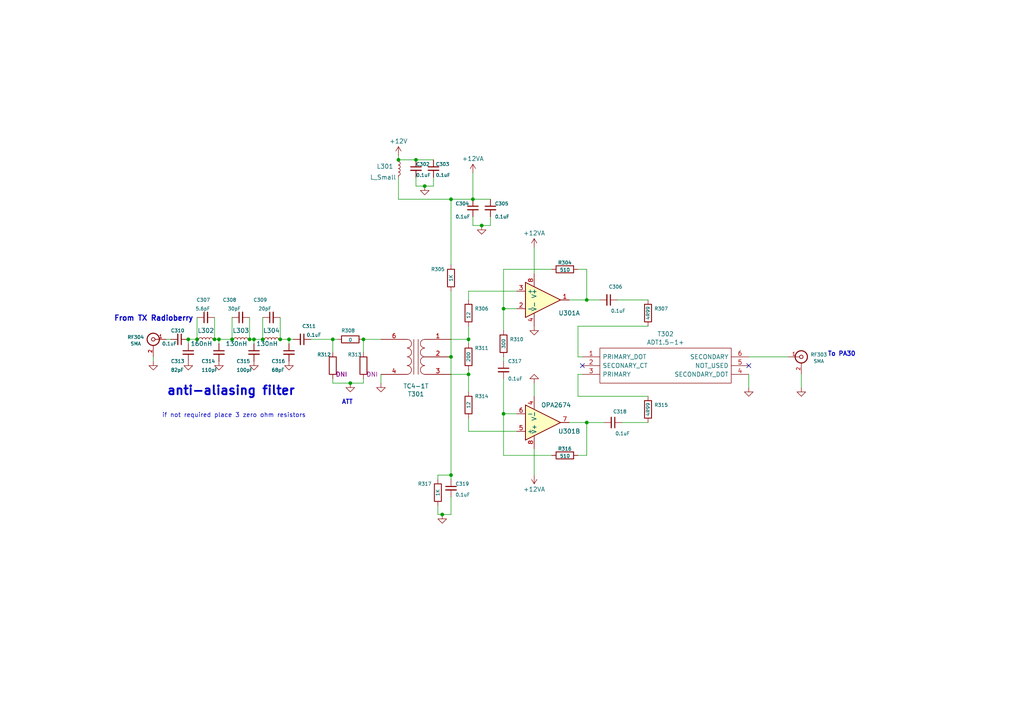
<source format=kicad_sch>
(kicad_sch (version 20230121) (generator eeschema)

  (uuid 416b31af-49c3-409d-acf8-54a495ec0553)

  (paper "A4")

  (title_block
    (title "Radioberry - amplifier for PA30")
    (date "2024-07-30")
    (rev "beta 1")
    (company "AppMind")
    (comment 1 "PA3GSB Johan Maas")
    (comment 2 "rev0.2 JG1TWP Yado-san")
  )

  (lib_symbols
    (symbol "ADT1.5-1+:ADT1.5-1+" (pin_names (offset 0.762)) (in_bom yes) (on_board yes)
      (property "Reference" "T" (at 44.45 7.62 0)
        (effects (font (size 1.27 1.27)) (justify left))
      )
      (property "Value" "ADT1.5-1+" (at 44.45 5.08 0)
        (effects (font (size 1.27 1.27)) (justify left))
      )
      (property "Footprint" "ADT151" (at 44.45 2.54 0)
        (effects (font (size 1.27 1.27)) (justify left) hide)
      )
      (property "Datasheet" "https://www.minicircuits.com/pdfs/ADT1.5-1.pdf" (at 44.45 0 0)
        (effects (font (size 1.27 1.27)) (justify left) hide)
      )
      (property "Description" "Audio Transformers / Signal Transformers RF XFMR / SURF MOUNT / RoHS 50 0.5 to 650 MHz" (at 44.45 -2.54 0)
        (effects (font (size 1.27 1.27)) (justify left) hide)
      )
      (property "Height" "2.84" (at 44.45 -5.08 0)
        (effects (font (size 1.27 1.27)) (justify left) hide)
      )
      (property "Mouser Part Number" "139-ADT1.5-1" (at 44.45 -7.62 0)
        (effects (font (size 1.27 1.27)) (justify left) hide)
      )
      (property "Mouser Price/Stock" "https://www.mouser.co.uk/ProductDetail/Mini-Circuits/ADT1.5-1%2b?qs=xZ%2FP%252Ba9zWqaiA7HsYCvAPA%3D%3D" (at 44.45 -10.16 0)
        (effects (font (size 1.27 1.27)) (justify left) hide)
      )
      (property "Manufacturer_Name" "Mini-Circuits" (at 44.45 -12.7 0)
        (effects (font (size 1.27 1.27)) (justify left) hide)
      )
      (property "Manufacturer_Part_Number" "ADT1.5-1+" (at 44.45 -15.24 0)
        (effects (font (size 1.27 1.27)) (justify left) hide)
      )
      (property "ki_description" "Audio Transformers / Signal Transformers RF XFMR / SURF MOUNT / RoHS 50 0.5 to 650 MHz" (at 0 0 0)
        (effects (font (size 1.27 1.27)) hide)
      )
      (symbol "ADT1.5-1+_0_0"
        (pin passive line (at 0 0 0) (length 5.08)
          (name "PRIMARY_DOT" (effects (font (size 1.27 1.27))))
          (number "1" (effects (font (size 1.27 1.27))))
        )
        (pin passive line (at 0 -2.54 0) (length 5.08)
          (name "SECONARY_CT" (effects (font (size 1.27 1.27))))
          (number "2" (effects (font (size 1.27 1.27))))
        )
        (pin passive line (at 0 -5.08 0) (length 5.08)
          (name "PRIMARY" (effects (font (size 1.27 1.27))))
          (number "3" (effects (font (size 1.27 1.27))))
        )
        (pin passive line (at 48.26 -5.08 180) (length 5.08)
          (name "SECONDARY_DOT" (effects (font (size 1.27 1.27))))
          (number "4" (effects (font (size 1.27 1.27))))
        )
        (pin passive line (at 48.26 -2.54 180) (length 5.08)
          (name "NOT_USED" (effects (font (size 1.27 1.27))))
          (number "5" (effects (font (size 1.27 1.27))))
        )
        (pin passive line (at 48.26 0 180) (length 5.08)
          (name "SECONDARY" (effects (font (size 1.27 1.27))))
          (number "6" (effects (font (size 1.27 1.27))))
        )
      )
      (symbol "ADT1.5-1+_0_1"
        (polyline
          (pts
            (xy 5.08 2.54)
            (xy 43.18 2.54)
            (xy 43.18 -7.62)
            (xy 5.08 -7.62)
            (xy 5.08 2.54)
          )
          (stroke (width 0.1524) (type solid))
          (fill (type none))
        )
      )
    )
    (symbol "hermeslite:BNC" (pin_names (offset 1.016) hide) (in_bom yes) (on_board yes)
      (property "Reference" "P" (at 0.254 3.048 0)
        (effects (font (size 1.27 1.27)))
      )
      (property "Value" "BNC" (at 2.794 -1.524 90)
        (effects (font (size 1.27 1.27)))
      )
      (property "Footprint" "" (at 0 0 0)
        (effects (font (size 1.27 1.27)))
      )
      (property "Datasheet" "" (at 0 0 0)
        (effects (font (size 1.27 1.27)))
      )
      (property "ki_fp_filters" "BNC_* bnc bnc-*" (at 0 0 0)
        (effects (font (size 1.27 1.27)) hide)
      )
      (symbol "BNC_0_1"
        (circle (center 0 0) (radius 0.508)
          (stroke (width 0.2032) (type solid))
          (fill (type none))
        )
        (circle (center 0 0) (radius 1.778)
          (stroke (width 0.3048) (type solid))
          (fill (type none))
        )
      )
      (symbol "BNC_1_1"
        (pin passive line (at -3.81 0 0) (length 3.302)
          (name "In" (effects (font (size 1.016 1.016))))
          (number "1" (effects (font (size 1.016 1.016))))
        )
        (pin passive line (at 0 -5.08 90) (length 3.302)
          (name "Ext" (effects (font (size 1.016 1.016))))
          (number "2" (effects (font (size 1.016 1.016))))
        )
      )
    )
    (symbol "hermeslite:C_Small" (pin_numbers hide) (pin_names (offset 0.254) hide) (in_bom yes) (on_board yes)
      (property "Reference" "C" (at 0.254 1.778 0)
        (effects (font (size 1.27 1.27)) (justify left))
      )
      (property "Value" "C_Small" (at 0.254 -2.032 0)
        (effects (font (size 1.27 1.27)) (justify left))
      )
      (property "Footprint" "" (at 0 0 0)
        (effects (font (size 1.27 1.27)) hide)
      )
      (property "Datasheet" "" (at 0 0 0)
        (effects (font (size 1.27 1.27)) hide)
      )
      (property "ki_keywords" "capacitor cap" (at 0 0 0)
        (effects (font (size 1.27 1.27)) hide)
      )
      (property "ki_description" "Unpolarized capacitor" (at 0 0 0)
        (effects (font (size 1.27 1.27)) hide)
      )
      (property "ki_fp_filters" "C_*" (at 0 0 0)
        (effects (font (size 1.27 1.27)) hide)
      )
      (symbol "C_Small_0_1"
        (polyline
          (pts
            (xy -1.524 -0.508)
            (xy 1.524 -0.508)
          )
          (stroke (width 0.3302) (type solid))
          (fill (type none))
        )
        (polyline
          (pts
            (xy -1.524 0.508)
            (xy 1.524 0.508)
          )
          (stroke (width 0.3048) (type solid))
          (fill (type none))
        )
      )
      (symbol "C_Small_1_1"
        (pin passive line (at 0 2.54 270) (length 2.032)
          (name "~" (effects (font (size 1.27 1.27))))
          (number "1" (effects (font (size 1.27 1.27))))
        )
        (pin passive line (at 0 -2.54 90) (length 2.032)
          (name "~" (effects (font (size 1.27 1.27))))
          (number "2" (effects (font (size 1.27 1.27))))
        )
      )
    )
    (symbol "hermeslite:LM358" (in_bom yes) (on_board yes)
      (property "Reference" "U" (at 0 5.08 0)
        (effects (font (size 1.27 1.27)) (justify left))
      )
      (property "Value" "LM358" (at 0 -5.08 0)
        (effects (font (size 1.27 1.27)) (justify left))
      )
      (property "Footprint" "" (at 0 0 0)
        (effects (font (size 1.27 1.27)) hide)
      )
      (property "Datasheet" "ns/lm158.pdf" (at 0 0 0)
        (effects (font (size 1.27 1.27)) hide)
      )
      (property "ki_keywords" "ampliop" (at 0 0 0)
        (effects (font (size 1.27 1.27)) hide)
      )
      (property "ki_description" "Dual Op amp (low power)" (at 0 0 0)
        (effects (font (size 1.27 1.27)) hide)
      )
      (property "ki_fp_filters" "SOIC*Pitch1.27mm* DIP*W7.62mm* TSSOP*Pitch0.65mm* TO-99* DSBGA*" (at 0 0 0)
        (effects (font (size 1.27 1.27)) hide)
      )
      (symbol "LM358_0_1"
        (polyline
          (pts
            (xy -5.08 5.08)
            (xy 5.08 0)
            (xy -5.08 -5.08)
            (xy -5.08 5.08)
          )
          (stroke (width 0.254) (type solid))
          (fill (type background))
        )
        (pin power_in line (at -2.54 -7.62 90) (length 3.81)
          (name "V-" (effects (font (size 1.27 1.27))))
          (number "4" (effects (font (size 1.27 1.27))))
        )
        (pin power_in line (at -2.54 7.62 270) (length 3.81)
          (name "V+" (effects (font (size 1.27 1.27))))
          (number "8" (effects (font (size 1.27 1.27))))
        )
      )
      (symbol "LM358_1_1"
        (pin output line (at 7.62 0 180) (length 2.54)
          (name "~" (effects (font (size 1.27 1.27))))
          (number "1" (effects (font (size 1.27 1.27))))
        )
        (pin input line (at -7.62 -2.54 0) (length 2.54)
          (name "-" (effects (font (size 1.27 1.27))))
          (number "2" (effects (font (size 1.27 1.27))))
        )
        (pin input line (at -7.62 2.54 0) (length 2.54)
          (name "+" (effects (font (size 1.27 1.27))))
          (number "3" (effects (font (size 1.27 1.27))))
        )
      )
      (symbol "LM358_2_1"
        (pin input line (at -7.62 2.54 0) (length 2.54)
          (name "+" (effects (font (size 1.27 1.27))))
          (number "5" (effects (font (size 1.27 1.27))))
        )
        (pin input line (at -7.62 -2.54 0) (length 2.54)
          (name "-" (effects (font (size 1.27 1.27))))
          (number "6" (effects (font (size 1.27 1.27))))
        )
        (pin output line (at 7.62 0 180) (length 2.54)
          (name "~" (effects (font (size 1.27 1.27))))
          (number "7" (effects (font (size 1.27 1.27))))
        )
      )
    )
    (symbol "hermeslite:L_Small" (pin_numbers hide) (pin_names (offset 0.254) hide) (in_bom yes) (on_board yes)
      (property "Reference" "L" (at 0.762 1.016 0)
        (effects (font (size 1.27 1.27)) (justify left))
      )
      (property "Value" "L_Small" (at 0.762 -1.016 0)
        (effects (font (size 1.27 1.27)) (justify left))
      )
      (property "Footprint" "" (at 0 0 0)
        (effects (font (size 1.27 1.27)) hide)
      )
      (property "Datasheet" "" (at 0 0 0)
        (effects (font (size 1.27 1.27)) hide)
      )
      (property "ki_keywords" "inductor choke coil reactor magnetic" (at 0 0 0)
        (effects (font (size 1.27 1.27)) hide)
      )
      (property "ki_description" "Inductor, small symbol" (at 0 0 0)
        (effects (font (size 1.27 1.27)) hide)
      )
      (property "ki_fp_filters" "Choke_* *Coil* Inductor_* L_*" (at 0 0 0)
        (effects (font (size 1.27 1.27)) hide)
      )
      (symbol "L_Small_0_1"
        (arc (start 0 -2.032) (mid 0.5058 -1.524) (end 0 -1.016)
          (stroke (width 0) (type solid))
          (fill (type none))
        )
        (arc (start 0 -1.016) (mid 0.5058 -0.508) (end 0 0)
          (stroke (width 0) (type solid))
          (fill (type none))
        )
        (arc (start 0 0) (mid 0.5058 0.508) (end 0 1.016)
          (stroke (width 0) (type solid))
          (fill (type none))
        )
        (arc (start 0 1.016) (mid 0.5058 1.524) (end 0 2.032)
          (stroke (width 0) (type solid))
          (fill (type none))
        )
      )
      (symbol "L_Small_1_1"
        (pin passive line (at 0 2.54 270) (length 0.508)
          (name "~" (effects (font (size 1.27 1.27))))
          (number "1" (effects (font (size 1.27 1.27))))
        )
        (pin passive line (at 0 -2.54 90) (length 0.508)
          (name "~" (effects (font (size 1.27 1.27))))
          (number "2" (effects (font (size 1.27 1.27))))
        )
      )
    )
    (symbol "hermeslite:R" (pin_numbers hide) (pin_names (offset 0)) (in_bom yes) (on_board yes)
      (property "Reference" "R" (at 2.032 0 90)
        (effects (font (size 1.27 1.27)))
      )
      (property "Value" "R" (at 0 0 90)
        (effects (font (size 1.27 1.27)))
      )
      (property "Footprint" "" (at -1.778 0 90)
        (effects (font (size 1.27 1.27)) hide)
      )
      (property "Datasheet" "" (at 0 0 0)
        (effects (font (size 1.27 1.27)) hide)
      )
      (property "ki_keywords" "r res resistor" (at 0 0 0)
        (effects (font (size 1.27 1.27)) hide)
      )
      (property "ki_description" "Resistor" (at 0 0 0)
        (effects (font (size 1.27 1.27)) hide)
      )
      (property "ki_fp_filters" "R_* R_*" (at 0 0 0)
        (effects (font (size 1.27 1.27)) hide)
      )
      (symbol "R_0_1"
        (rectangle (start -1.016 -2.54) (end 1.016 2.54)
          (stroke (width 0.254) (type solid))
          (fill (type none))
        )
      )
      (symbol "R_1_1"
        (pin passive line (at 0 3.81 270) (length 1.27)
          (name "~" (effects (font (size 1.27 1.27))))
          (number "1" (effects (font (size 1.27 1.27))))
        )
        (pin passive line (at 0 -3.81 90) (length 1.27)
          (name "~" (effects (font (size 1.27 1.27))))
          (number "2" (effects (font (size 1.27 1.27))))
        )
      )
    )
    (symbol "hermeslite:TRANSF4CT" (pin_names (offset 1.016) hide) (in_bom yes) (on_board yes)
      (property "Reference" "T" (at 0 6.35 0)
        (effects (font (size 1.27 1.27)))
      )
      (property "Value" "TRANSF4CT" (at 0 -7.62 0)
        (effects (font (size 1.27 1.27)))
      )
      (property "Footprint" "" (at 0 0 0)
        (effects (font (size 1.27 1.27)))
      )
      (property "Datasheet" "" (at 0 0 0)
        (effects (font (size 1.27 1.27)))
      )
      (symbol "TRANSF4CT_0_1"
        (arc (start -2.54 -5.0546) (mid -1.6599 -4.6901) (end -1.27 -3.81)
          (stroke (width 0) (type solid))
          (fill (type none))
        )
        (arc (start -2.54 -2.5146) (mid -1.6599 -2.1501) (end -1.27 -1.27)
          (stroke (width 0) (type solid))
          (fill (type none))
        )
        (arc (start -2.54 0.0254) (mid -1.6599 0.3899) (end -1.27 1.27)
          (stroke (width 0) (type solid))
          (fill (type none))
        )
        (arc (start -2.54 2.5654) (mid -1.6599 2.9299) (end -1.27 3.81)
          (stroke (width 0) (type solid))
          (fill (type none))
        )
        (arc (start -1.27 -3.81) (mid -1.642 -2.912) (end -2.54 -2.54)
          (stroke (width 0) (type solid))
          (fill (type none))
        )
        (arc (start -1.27 -1.27) (mid -1.642 -0.372) (end -2.54 0)
          (stroke (width 0) (type solid))
          (fill (type none))
        )
        (arc (start -1.27 1.27) (mid -1.642 2.168) (end -2.54 2.54)
          (stroke (width 0) (type solid))
          (fill (type none))
        )
        (arc (start -1.27 3.81) (mid -1.642 4.708) (end -2.54 5.08)
          (stroke (width 0) (type solid))
          (fill (type none))
        )
        (polyline
          (pts
            (xy -0.635 5.08)
            (xy -0.635 -5.08)
          )
          (stroke (width 0) (type solid))
          (fill (type none))
        )
        (polyline
          (pts
            (xy 0.635 -5.08)
            (xy 0.635 5.08)
          )
          (stroke (width 0) (type solid))
          (fill (type none))
        )
        (arc (start 1.2954 -1.27) (mid 1.6599 -2.1501) (end 2.54 -2.5146)
          (stroke (width 0) (type solid))
          (fill (type none))
        )
        (arc (start 1.2954 1.27) (mid 1.6599 0.3899) (end 2.54 0.0254)
          (stroke (width 0) (type solid))
          (fill (type none))
        )
        (arc (start 1.2954 3.81) (mid 1.6599 2.9299) (end 2.54 2.5654)
          (stroke (width 0) (type solid))
          (fill (type none))
        )
        (arc (start 1.3208 -3.81) (mid 1.6853 -4.6901) (end 2.5654 -5.0546)
          (stroke (width 0) (type solid))
          (fill (type none))
        )
        (arc (start 2.54 0) (mid 1.642 -0.372) (end 1.2954 -1.27)
          (stroke (width 0) (type solid))
          (fill (type none))
        )
        (arc (start 2.54 2.54) (mid 1.642 2.168) (end 1.2954 1.27)
          (stroke (width 0) (type solid))
          (fill (type none))
        )
        (arc (start 2.54 5.08) (mid 1.642 4.708) (end 1.2954 3.81)
          (stroke (width 0) (type solid))
          (fill (type none))
        )
        (arc (start 2.5654 -2.54) (mid 1.6674 -2.912) (end 1.3208 -3.81)
          (stroke (width 0) (type solid))
          (fill (type none))
        )
      )
      (symbol "TRANSF4CT_1_1"
        (pin passive line (at -10.16 5.08 0) (length 7.62)
          (name "PR1" (effects (font (size 1.27 1.27))))
          (number "1" (effects (font (size 1.27 1.27))))
        )
        (pin passive line (at -10.16 0 0) (length 7.62)
          (name "PM" (effects (font (size 1.27 1.27))))
          (number "2" (effects (font (size 1.27 1.27))))
        )
        (pin passive line (at -10.16 -5.08 0) (length 7.62)
          (name "PR2" (effects (font (size 1.27 1.27))))
          (number "3" (effects (font (size 1.27 1.27))))
        )
        (pin passive line (at 10.16 -5.08 180) (length 7.62)
          (name "S2" (effects (font (size 1.27 1.27))))
          (number "4" (effects (font (size 1.27 1.27))))
        )
        (pin passive line (at 10.16 5.08 180) (length 7.62)
          (name "S1" (effects (font (size 1.27 1.27))))
          (number "6" (effects (font (size 1.27 1.27))))
        )
      )
    )
    (symbol "power:+12V" (power) (pin_names (offset 0)) (in_bom yes) (on_board yes)
      (property "Reference" "#PWR" (at 0 -3.81 0)
        (effects (font (size 1.27 1.27)) hide)
      )
      (property "Value" "+12V" (at 0 3.556 0)
        (effects (font (size 1.27 1.27)))
      )
      (property "Footprint" "" (at 0 0 0)
        (effects (font (size 1.27 1.27)) hide)
      )
      (property "Datasheet" "" (at 0 0 0)
        (effects (font (size 1.27 1.27)) hide)
      )
      (property "ki_keywords" "global power" (at 0 0 0)
        (effects (font (size 1.27 1.27)) hide)
      )
      (property "ki_description" "Power symbol creates a global label with name \"+12V\"" (at 0 0 0)
        (effects (font (size 1.27 1.27)) hide)
      )
      (symbol "+12V_0_1"
        (polyline
          (pts
            (xy -0.762 1.27)
            (xy 0 2.54)
          )
          (stroke (width 0) (type default))
          (fill (type none))
        )
        (polyline
          (pts
            (xy 0 0)
            (xy 0 2.54)
          )
          (stroke (width 0) (type default))
          (fill (type none))
        )
        (polyline
          (pts
            (xy 0 2.54)
            (xy 0.762 1.27)
          )
          (stroke (width 0) (type default))
          (fill (type none))
        )
      )
      (symbol "+12V_1_1"
        (pin power_in line (at 0 0 90) (length 0) hide
          (name "+12V" (effects (font (size 1.27 1.27))))
          (number "1" (effects (font (size 1.27 1.27))))
        )
      )
    )
    (symbol "power:+12VA" (power) (pin_names (offset 0)) (in_bom yes) (on_board yes)
      (property "Reference" "#PWR" (at 0 -3.81 0)
        (effects (font (size 1.27 1.27)) hide)
      )
      (property "Value" "+12VA" (at 0 3.556 0)
        (effects (font (size 1.27 1.27)))
      )
      (property "Footprint" "" (at 0 0 0)
        (effects (font (size 1.27 1.27)) hide)
      )
      (property "Datasheet" "" (at 0 0 0)
        (effects (font (size 1.27 1.27)) hide)
      )
      (property "ki_keywords" "global power" (at 0 0 0)
        (effects (font (size 1.27 1.27)) hide)
      )
      (property "ki_description" "Power symbol creates a global label with name \"+12VA\"" (at 0 0 0)
        (effects (font (size 1.27 1.27)) hide)
      )
      (symbol "+12VA_0_1"
        (polyline
          (pts
            (xy -0.762 1.27)
            (xy 0 2.54)
          )
          (stroke (width 0) (type default))
          (fill (type none))
        )
        (polyline
          (pts
            (xy 0 0)
            (xy 0 2.54)
          )
          (stroke (width 0) (type default))
          (fill (type none))
        )
        (polyline
          (pts
            (xy 0 2.54)
            (xy 0.762 1.27)
          )
          (stroke (width 0) (type default))
          (fill (type none))
        )
      )
      (symbol "+12VA_1_1"
        (pin power_in line (at 0 0 90) (length 0) hide
          (name "+12VA" (effects (font (size 1.27 1.27))))
          (number "1" (effects (font (size 1.27 1.27))))
        )
      )
    )
    (symbol "power:GND" (power) (pin_names (offset 0)) (in_bom yes) (on_board yes)
      (property "Reference" "#PWR" (at 0 -6.35 0)
        (effects (font (size 1.27 1.27)) hide)
      )
      (property "Value" "GND" (at 0 -3.81 0)
        (effects (font (size 1.27 1.27)))
      )
      (property "Footprint" "" (at 0 0 0)
        (effects (font (size 1.27 1.27)) hide)
      )
      (property "Datasheet" "" (at 0 0 0)
        (effects (font (size 1.27 1.27)) hide)
      )
      (property "ki_keywords" "global power" (at 0 0 0)
        (effects (font (size 1.27 1.27)) hide)
      )
      (property "ki_description" "Power symbol creates a global label with name \"GND\" , ground" (at 0 0 0)
        (effects (font (size 1.27 1.27)) hide)
      )
      (symbol "GND_0_1"
        (polyline
          (pts
            (xy 0 0)
            (xy 0 -1.27)
            (xy 1.27 -1.27)
            (xy 0 -2.54)
            (xy -1.27 -1.27)
            (xy 0 -1.27)
          )
          (stroke (width 0) (type default))
          (fill (type none))
        )
      )
      (symbol "GND_1_1"
        (pin power_in line (at 0 0 270) (length 0) hide
          (name "GND" (effects (font (size 1.27 1.27))))
          (number "1" (effects (font (size 1.27 1.27))))
        )
      )
    )
  )

  (junction (at 139.7 65.405) (diameter 0) (color 0 0 0 0)
    (uuid 13bb4b0d-7821-4c80-9a0f-718f45b66d1f)
  )
  (junction (at 170.18 86.995) (diameter 0) (color 0 0 0 0)
    (uuid 267e55b6-1f1c-4341-b87e-b20d2f43a1f8)
  )
  (junction (at 62.23 98.425) (diameter 0) (color 0 0 0 0)
    (uuid 2a5a03a8-6474-4e2b-abba-afac3254ab46)
  )
  (junction (at 130.81 137.795) (diameter 0) (color 0 0 0 0)
    (uuid 3739e983-1787-4b1c-b4b9-7434c84b6f26)
  )
  (junction (at 146.05 89.535) (diameter 0) (color 0 0 0 0)
    (uuid 418eeccb-5a63-4bed-9e26-2ad065342a01)
  )
  (junction (at 72.39 98.425) (diameter 0) (color 0 0 0 0)
    (uuid 4277762e-bf59-4d17-b522-e2dcd0a42881)
  )
  (junction (at 101.6 111.125) (diameter 0) (color 0 0 0 0)
    (uuid 442ba171-991d-4a32-9291-dcf1fe1a78a8)
  )
  (junction (at 81.28 98.425) (diameter 0) (color 0 0 0 0)
    (uuid 58abd76d-a3bb-44be-848c-fed9cd2512ca)
  )
  (junction (at 137.16 57.785) (diameter 0) (color 0 0 0 0)
    (uuid 7518b6d4-eb8e-4665-b173-5d235ced6d88)
  )
  (junction (at 115.57 46.355) (diameter 0) (color 0 0 0 0)
    (uuid 774160ff-099b-4ec5-ac0f-f60982e4e9ac)
  )
  (junction (at 105.41 98.425) (diameter 0) (color 0 0 0 0)
    (uuid 7b85d9d2-6ea3-4e5e-92d8-c4b3106bd67d)
  )
  (junction (at 146.05 120.015) (diameter 0) (color 0 0 0 0)
    (uuid 7f717705-660e-40ba-a1cb-617fd37e77a0)
  )
  (junction (at 170.18 122.555) (diameter 0) (color 0 0 0 0)
    (uuid 8cd6ed75-5e60-48bc-a9a4-e852ac4bc831)
  )
  (junction (at 130.81 103.505) (diameter 0) (color 0 0 0 0)
    (uuid 8feeb591-9481-4038-8ec8-1bce7e944a44)
  )
  (junction (at 96.52 98.425) (diameter 0) (color 0 0 0 0)
    (uuid a94fe855-8a78-4c33-9dc7-ac481d7c75f9)
  )
  (junction (at 67.31 98.425) (diameter 0) (color 0 0 0 0)
    (uuid afafefb8-aca7-4797-b73d-02e727c4f54f)
  )
  (junction (at 130.81 57.785) (diameter 0) (color 0 0 0 0)
    (uuid b638e2f2-17a9-416f-97da-c15f3e7b34b2)
  )
  (junction (at 57.15 98.425) (diameter 0) (color 0 0 0 0)
    (uuid bc336e95-f7a1-4681-8531-617fcbf13ac4)
  )
  (junction (at 76.2 98.425) (diameter 0) (color 0 0 0 0)
    (uuid bd0a03c9-c326-4145-9920-0ed84381343c)
  )
  (junction (at 128.27 149.225) (diameter 0) (color 0 0 0 0)
    (uuid c045241d-5b34-4590-a543-1e791dfddf55)
  )
  (junction (at 135.89 98.425) (diameter 0) (color 0 0 0 0)
    (uuid cdce2532-342a-415a-80ab-461d5ef9cd2a)
  )
  (junction (at 73.66 98.425) (diameter 0) (color 0 0 0 0)
    (uuid cf95388d-13bc-4123-be98-cf2e2de8f181)
  )
  (junction (at 54.61 98.425) (diameter 0) (color 0 0 0 0)
    (uuid d17af6d6-fac2-4ea5-b1c7-1bafdbb53c74)
  )
  (junction (at 123.19 53.975) (diameter 0) (color 0 0 0 0)
    (uuid d6e2de9b-9424-42ec-ab9c-e9116adb317f)
  )
  (junction (at 63.5 98.425) (diameter 0) (color 0 0 0 0)
    (uuid de7a8fc7-ba79-4e86-9771-f39fc975180e)
  )
  (junction (at 135.89 108.585) (diameter 0) (color 0 0 0 0)
    (uuid f37502c7-c625-41bd-b5c7-3e73af23c64e)
  )
  (junction (at 83.82 98.425) (diameter 0) (color 0 0 0 0)
    (uuid fd2a51f2-a322-4b05-9265-0ab4c9dc42f7)
  )
  (junction (at 120.65 46.355) (diameter 0) (color 0 0 0 0)
    (uuid fe4c8537-210f-4b53-864a-b46a7de4d887)
  )

  (no_connect (at 217.17 106.045) (uuid 32effe1a-7d85-4780-9906-d5f602106f98))
  (no_connect (at 168.91 106.045) (uuid 865bfc8b-6064-4545-b05a-632303ddf031))

  (wire (pts (xy 160.02 132.08) (xy 146.05 132.08))
    (stroke (width 0) (type default))
    (uuid 043f1a28-0c7e-472a-96c1-ef800934e7f6)
  )
  (wire (pts (xy 110.49 108.585) (xy 110.49 111.125))
    (stroke (width 0) (type default))
    (uuid 05fe159d-a05c-4655-b15f-4ff2ec4a6267)
  )
  (wire (pts (xy 62.23 92.075) (xy 62.23 98.425))
    (stroke (width 0) (type default))
    (uuid 0a1d415f-9e61-4fd5-9b62-f01cf5c7aade)
  )
  (wire (pts (xy 130.81 84.455) (xy 130.81 103.505))
    (stroke (width 0) (type default))
    (uuid 0bd250fd-c242-4863-9d5d-13ab655d991d)
  )
  (wire (pts (xy 168.91 108.585) (xy 167.64 108.585))
    (stroke (width 0) (type default))
    (uuid 0d820309-0bb4-49ec-bc9c-1454b31fa47b)
  )
  (wire (pts (xy 146.05 120.015) (xy 146.05 132.08))
    (stroke (width 0) (type default))
    (uuid 0f5d7c33-52a0-4ad3-ab97-d7dd59f59ead)
  )
  (wire (pts (xy 127 137.795) (xy 130.81 137.795))
    (stroke (width 0) (type default))
    (uuid 1163e775-adba-4fd6-82d7-c2be137fcc56)
  )
  (wire (pts (xy 146.05 103.505) (xy 146.05 104.775))
    (stroke (width 0) (type default))
    (uuid 181b1af8-3ff6-4f46-9dfa-fd454fda22df)
  )
  (wire (pts (xy 137.16 62.865) (xy 137.16 65.405))
    (stroke (width 0) (type default))
    (uuid 1d1d65c0-0955-4236-9e03-8bc3634a6481)
  )
  (wire (pts (xy 135.89 98.425) (xy 135.89 99.695))
    (stroke (width 0) (type default))
    (uuid 1d7b9030-6442-4787-a944-07399ca71201)
  )
  (wire (pts (xy 217.17 108.585) (xy 217.17 112.395))
    (stroke (width 0) (type default))
    (uuid 2087d4e2-d508-4153-b387-b1b0efba4c7f)
  )
  (wire (pts (xy 63.5 98.425) (xy 67.31 98.425))
    (stroke (width 0) (type default))
    (uuid 23241bf1-0bc7-4c00-bcf6-3a143f7cd851)
  )
  (wire (pts (xy 123.19 53.975) (xy 125.73 53.975))
    (stroke (width 0) (type default))
    (uuid 25d1124a-d41e-4215-b8e0-11af6fd37616)
  )
  (wire (pts (xy 154.94 71.755) (xy 154.94 79.375))
    (stroke (width 0) (type default))
    (uuid 26b36dbd-dac6-4d6a-b9d8-35e7bf890f95)
  )
  (wire (pts (xy 128.27 149.225) (xy 130.81 149.225))
    (stroke (width 0) (type default))
    (uuid 285e051a-c46d-4555-92e7-b329a7cd492e)
  )
  (wire (pts (xy 96.52 109.855) (xy 96.52 111.125))
    (stroke (width 0) (type default))
    (uuid 28ec9b7f-777f-44df-a4c5-4ba643893153)
  )
  (wire (pts (xy 165.1 86.995) (xy 170.18 86.995))
    (stroke (width 0) (type default))
    (uuid 2b010c02-8ca9-4ef3-99dd-49fcb551accc)
  )
  (wire (pts (xy 72.39 98.425) (xy 73.66 98.425))
    (stroke (width 0) (type default))
    (uuid 2c428c96-b430-4c38-9230-b8d2c4b4dca6)
  )
  (wire (pts (xy 135.89 84.455) (xy 149.86 84.455))
    (stroke (width 0) (type default))
    (uuid 2d432fcc-3baf-4b86-bee9-929b77345ede)
  )
  (wire (pts (xy 81.28 98.425) (xy 83.82 98.425))
    (stroke (width 0) (type default))
    (uuid 2e3d2ec9-c910-4592-ba61-1ff8839201c6)
  )
  (wire (pts (xy 165.1 122.555) (xy 170.18 122.555))
    (stroke (width 0) (type default))
    (uuid 31a1278f-ef99-4f35-a7ba-ec2146472258)
  )
  (wire (pts (xy 154.94 111.125) (xy 154.94 114.935))
    (stroke (width 0) (type default))
    (uuid 35d2f8c1-dbbf-4a70-9a97-2ca8ad65c0a6)
  )
  (wire (pts (xy 146.05 78.105) (xy 146.05 89.535))
    (stroke (width 0) (type default))
    (uuid 36d45c25-7405-4042-97bc-b1e9ee326056)
  )
  (wire (pts (xy 101.6 111.125) (xy 105.41 111.125))
    (stroke (width 0) (type default))
    (uuid 3c47a8a9-4e38-4c67-aea2-7e3787ff5185)
  )
  (wire (pts (xy 54.61 99.695) (xy 54.61 98.425))
    (stroke (width 0) (type default))
    (uuid 3c57b5ff-adc6-4943-a190-de1c3816bdd2)
  )
  (wire (pts (xy 57.15 92.075) (xy 57.15 98.425))
    (stroke (width 0) (type default))
    (uuid 3c7fe703-4feb-421d-8c4d-6aa9d3a9c1fe)
  )
  (wire (pts (xy 135.89 107.315) (xy 135.89 108.585))
    (stroke (width 0) (type default))
    (uuid 3c9cde03-09e9-4841-8849-f8b83282511f)
  )
  (wire (pts (xy 139.7 65.405) (xy 142.24 65.405))
    (stroke (width 0) (type default))
    (uuid 3ef1d95a-9a49-4192-be6a-159e21a4c1b4)
  )
  (wire (pts (xy 130.81 98.425) (xy 135.89 98.425))
    (stroke (width 0) (type default))
    (uuid 432412e1-e74b-42d2-98cb-226e8c0afaf8)
  )
  (wire (pts (xy 135.89 108.585) (xy 135.89 113.665))
    (stroke (width 0) (type default))
    (uuid 47f93305-fb8d-46e0-8ca3-2bbcc031db65)
  )
  (wire (pts (xy 62.23 98.425) (xy 63.5 98.425))
    (stroke (width 0) (type default))
    (uuid 4887ecba-b18a-446b-8911-e01b39d9ca6d)
  )
  (wire (pts (xy 167.64 103.505) (xy 167.64 94.615))
    (stroke (width 0) (type default))
    (uuid 49cd2208-6f8b-4d27-a070-de6e7f35c12b)
  )
  (wire (pts (xy 130.81 57.785) (xy 137.16 57.785))
    (stroke (width 0) (type default))
    (uuid 4cb9afa0-9f6b-4901-8b5a-d378862043f7)
  )
  (wire (pts (xy 115.57 57.785) (xy 130.81 57.785))
    (stroke (width 0) (type default))
    (uuid 4d950882-70f0-43bd-bc4f-02eb6803a58b)
  )
  (wire (pts (xy 180.34 122.555) (xy 187.96 122.555))
    (stroke (width 0) (type default))
    (uuid 52e44d7f-3808-4fb3-8807-1830872faa27)
  )
  (wire (pts (xy 105.41 98.425) (xy 110.49 98.425))
    (stroke (width 0) (type default))
    (uuid 563b78ef-4866-4612-a8d1-32d5d9bce063)
  )
  (wire (pts (xy 120.65 46.355) (xy 125.73 46.355))
    (stroke (width 0) (type default))
    (uuid 5d8a6108-1070-4c63-9801-b3d448d898e7)
  )
  (wire (pts (xy 130.81 103.505) (xy 130.81 137.795))
    (stroke (width 0) (type default))
    (uuid 5eda1f1a-f985-4b2f-9d34-4428064b8569)
  )
  (wire (pts (xy 170.18 132.08) (xy 167.64 132.08))
    (stroke (width 0) (type default))
    (uuid 6012ce2a-0a8e-47c8-a941-4893e5d453bf)
  )
  (wire (pts (xy 139.7 65.405) (xy 137.16 65.405))
    (stroke (width 0) (type default))
    (uuid 63d8c141-850c-44e2-a0ae-e6cb448204bc)
  )
  (wire (pts (xy 96.52 111.125) (xy 101.6 111.125))
    (stroke (width 0) (type default))
    (uuid 6a5d16d1-a284-45ef-ab67-69842e9b3229)
  )
  (wire (pts (xy 127 146.685) (xy 127 149.225))
    (stroke (width 0) (type default))
    (uuid 6b65b318-4bf7-42b5-8516-8b8daf9652de)
  )
  (wire (pts (xy 170.18 86.995) (xy 170.18 78.105))
    (stroke (width 0) (type default))
    (uuid 6c70f255-b663-4cdd-a7d7-b4fd0d6215a1)
  )
  (wire (pts (xy 170.18 122.555) (xy 170.18 132.08))
    (stroke (width 0) (type default))
    (uuid 768f3423-ffce-4b9a-b5e3-c652e426651a)
  )
  (wire (pts (xy 105.41 111.125) (xy 105.41 109.855))
    (stroke (width 0) (type default))
    (uuid 76f2ca3e-9013-4bfb-a996-3e238317bcb4)
  )
  (wire (pts (xy 135.89 84.455) (xy 135.89 86.995))
    (stroke (width 0) (type default))
    (uuid 789fb26b-74a1-4259-8550-11e421b55d18)
  )
  (wire (pts (xy 154.94 130.175) (xy 154.94 137.795))
    (stroke (width 0) (type default))
    (uuid 7d2a9a2e-489a-454d-829f-74d65b7b1c60)
  )
  (wire (pts (xy 160.02 78.105) (xy 146.05 78.105))
    (stroke (width 0) (type default))
    (uuid 91b96b0f-016c-4370-af88-6bf8d283b5dc)
  )
  (wire (pts (xy 135.89 121.285) (xy 135.89 125.095))
    (stroke (width 0) (type default))
    (uuid 93448905-27b7-45f4-a304-c3492450730a)
  )
  (wire (pts (xy 73.66 98.425) (xy 73.66 99.695))
    (stroke (width 0) (type default))
    (uuid 939f4e99-fed4-4b2b-a01c-94991ac2827b)
  )
  (wire (pts (xy 73.66 98.425) (xy 76.2 98.425))
    (stroke (width 0) (type default))
    (uuid 956d4140-c79d-4586-9057-c19e50f837d8)
  )
  (wire (pts (xy 67.31 92.075) (xy 67.31 98.425))
    (stroke (width 0) (type default))
    (uuid 962888e2-b7f4-41ef-89e6-f004b9427286)
  )
  (wire (pts (xy 130.81 108.585) (xy 135.89 108.585))
    (stroke (width 0) (type default))
    (uuid 96f909b9-d7fe-45a3-97eb-f66bab8d30dc)
  )
  (wire (pts (xy 54.61 98.425) (xy 57.15 98.425))
    (stroke (width 0) (type default))
    (uuid 9a65e604-8f33-4737-8d1e-788afde8554e)
  )
  (wire (pts (xy 179.07 86.995) (xy 187.96 86.995))
    (stroke (width 0) (type default))
    (uuid 9ac82bc5-8ab0-4f54-addc-faea773c918c)
  )
  (wire (pts (xy 90.17 98.425) (xy 96.52 98.425))
    (stroke (width 0) (type default))
    (uuid 9c4a05ae-7160-4785-b025-7444e8955799)
  )
  (wire (pts (xy 167.64 94.615) (xy 187.96 94.615))
    (stroke (width 0) (type default))
    (uuid 9e89c74a-5c4d-4bb2-aa3d-0163765a161f)
  )
  (wire (pts (xy 105.41 102.235) (xy 105.41 98.425))
    (stroke (width 0) (type default))
    (uuid a47b4382-af62-42f5-9e66-b97fc7c7269a)
  )
  (wire (pts (xy 146.05 120.015) (xy 149.86 120.015))
    (stroke (width 0) (type default))
    (uuid a5e23009-5043-4e8e-a6b0-3e5389a152b0)
  )
  (wire (pts (xy 135.89 94.615) (xy 135.89 98.425))
    (stroke (width 0) (type default))
    (uuid a9f62a0e-e15c-4f72-ae69-db18f3e8b494)
  )
  (wire (pts (xy 167.64 108.585) (xy 167.64 114.935))
    (stroke (width 0) (type default))
    (uuid ae03bb06-d832-4a60-b559-5b1d53470bf2)
  )
  (wire (pts (xy 127 149.225) (xy 128.27 149.225))
    (stroke (width 0) (type default))
    (uuid ae9f187c-42e1-413c-808b-47554e69d479)
  )
  (wire (pts (xy 115.57 46.355) (xy 120.65 46.355))
    (stroke (width 0) (type default))
    (uuid aee13a66-ec4c-4120-99d9-d5b3458f9226)
  )
  (wire (pts (xy 76.2 92.075) (xy 76.2 98.425))
    (stroke (width 0) (type default))
    (uuid b2179aef-c6be-4c04-affb-df8a52f982cb)
  )
  (wire (pts (xy 120.65 51.435) (xy 120.65 53.975))
    (stroke (width 0) (type default))
    (uuid b44b82ff-e29c-4b3e-92f4-d5a0dd9a90f1)
  )
  (wire (pts (xy 146.05 109.855) (xy 146.05 120.015))
    (stroke (width 0) (type default))
    (uuid b58764c5-7041-4d89-9013-9ffcbf36f708)
  )
  (wire (pts (xy 135.89 125.095) (xy 149.86 125.095))
    (stroke (width 0) (type default))
    (uuid ba3b5fd3-f352-44e7-a7de-ddfaf4b2fd48)
  )
  (wire (pts (xy 125.73 53.975) (xy 125.73 51.435))
    (stroke (width 0) (type default))
    (uuid bfb8898f-9f51-42b3-82d0-bab5950ab4ad)
  )
  (wire (pts (xy 149.86 89.535) (xy 146.05 89.535))
    (stroke (width 0) (type default))
    (uuid c2648bd3-f71b-4a31-bfba-b5cc18029fbc)
  )
  (wire (pts (xy 232.41 108.585) (xy 232.41 112.395))
    (stroke (width 0) (type default))
    (uuid c53621bc-3fae-4bc7-a256-672e3ebb334d)
  )
  (wire (pts (xy 96.52 98.425) (xy 97.79 98.425))
    (stroke (width 0) (type default))
    (uuid c6583192-40bc-4f3b-ad3c-2b207b26a730)
  )
  (wire (pts (xy 146.05 89.535) (xy 146.05 95.885))
    (stroke (width 0) (type default))
    (uuid cb611b3e-ff20-4017-bec6-15b54e8311e3)
  )
  (wire (pts (xy 217.17 103.505) (xy 228.6 103.505))
    (stroke (width 0) (type default))
    (uuid d5953296-e36a-4675-a0a2-13e04bdd0615)
  )
  (wire (pts (xy 137.16 50.165) (xy 137.16 57.785))
    (stroke (width 0) (type default))
    (uuid d63cac31-2830-46e2-a956-5152b4435173)
  )
  (wire (pts (xy 168.91 103.505) (xy 167.64 103.505))
    (stroke (width 0) (type default))
    (uuid d89b04a7-00d0-4952-9177-9e6d9aa4876d)
  )
  (wire (pts (xy 115.57 45.085) (xy 115.57 46.355))
    (stroke (width 0) (type default))
    (uuid da5935a2-b9ce-4725-941f-86142efe5455)
  )
  (wire (pts (xy 170.18 122.555) (xy 175.26 122.555))
    (stroke (width 0) (type default))
    (uuid dbd43733-a2b3-477f-91ff-e8a88d1992ae)
  )
  (wire (pts (xy 96.52 102.235) (xy 96.52 98.425))
    (stroke (width 0) (type default))
    (uuid dc5db758-2f89-46c9-8870-7fe35b246981)
  )
  (wire (pts (xy 81.28 92.075) (xy 81.28 98.425))
    (stroke (width 0) (type default))
    (uuid dc71fb49-a487-403b-8497-a4a0d549a61d)
  )
  (wire (pts (xy 63.5 98.425) (xy 63.5 99.695))
    (stroke (width 0) (type default))
    (uuid dc914466-16ba-4f59-a215-e0a31c1b50af)
  )
  (wire (pts (xy 170.18 78.105) (xy 167.64 78.105))
    (stroke (width 0) (type default))
    (uuid ddb25038-8a40-4588-a7d2-6e0cb0ed1268)
  )
  (wire (pts (xy 142.24 65.405) (xy 142.24 62.865))
    (stroke (width 0) (type default))
    (uuid e3003745-532d-4a86-a780-d502a85e4f91)
  )
  (wire (pts (xy 115.57 51.435) (xy 115.57 57.785))
    (stroke (width 0) (type default))
    (uuid e5acfed8-f9b1-47df-afe7-519489bd4131)
  )
  (wire (pts (xy 48.26 98.425) (xy 49.53 98.425))
    (stroke (width 0) (type default))
    (uuid e649b36b-a502-44b9-8fd4-f3603441168f)
  )
  (wire (pts (xy 130.81 144.145) (xy 130.81 149.225))
    (stroke (width 0) (type default))
    (uuid e7c7d6e2-8784-4289-931d-8ab88a13bbdf)
  )
  (wire (pts (xy 130.81 57.785) (xy 130.81 76.835))
    (stroke (width 0) (type default))
    (uuid ec986726-ccd9-4886-8ae4-dd957b3622ac)
  )
  (wire (pts (xy 83.82 98.425) (xy 85.09 98.425))
    (stroke (width 0) (type default))
    (uuid ecd12e2a-4115-433a-921d-a0251c57c18c)
  )
  (wire (pts (xy 130.81 137.795) (xy 130.81 139.065))
    (stroke (width 0) (type default))
    (uuid ecd6ad34-b202-4e54-a313-a1fe3d2ff84c)
  )
  (wire (pts (xy 170.18 86.995) (xy 173.99 86.995))
    (stroke (width 0) (type default))
    (uuid ed60aab7-3f71-4c9c-88ad-a2f9ea4fa267)
  )
  (wire (pts (xy 127 139.065) (xy 127 137.795))
    (stroke (width 0) (type default))
    (uuid ed6e8c3b-a9b0-49df-8462-e5d8ff267b5f)
  )
  (wire (pts (xy 137.16 57.785) (xy 142.24 57.785))
    (stroke (width 0) (type default))
    (uuid eeb6a518-5e25-4750-8554-80e356e03765)
  )
  (wire (pts (xy 123.19 53.975) (xy 120.65 53.975))
    (stroke (width 0) (type default))
    (uuid f145a810-c9b9-459d-9072-185e0a68ef23)
  )
  (wire (pts (xy 167.64 114.935) (xy 187.96 114.935))
    (stroke (width 0) (type default))
    (uuid f342ce08-9d0a-499b-84bf-54874f54dcda)
  )
  (wire (pts (xy 72.39 92.075) (xy 72.39 98.425))
    (stroke (width 0) (type default))
    (uuid f96c5d15-9a8a-4e30-be9b-5369edbef84c)
  )
  (wire (pts (xy 83.82 98.425) (xy 83.82 99.695))
    (stroke (width 0) (type default))
    (uuid fee77571-606a-4935-914b-95013d2b158e)
  )
  (wire (pts (xy 44.45 103.505) (xy 44.45 104.775))
    (stroke (width 0) (type default))
    (uuid ff7e283b-66d2-45a0-8857-fe282874caa4)
  )

  (text "From TX Radioberry" (at 33.02 93.345 0)
    (effects (font (size 1.524 1.524) (thickness 0.3048) bold) (justify left bottom))
    (uuid 134e27e8-dfbb-4eb0-afcd-3fd9c3a2a7d9)
  )
  (text "To PA30" (at 240.03 103.505 0)
    (effects (font (size 1.27 1.27) (thickness 0.254) bold) (justify left bottom))
    (uuid 7b36e6f6-14c1-4619-a5ca-5010f4c94f68)
  )
  (text "ATT" (at 99.06 117.475 0)
    (effects (font (size 1.27 1.27) (thickness 0.254) bold) (justify left bottom))
    (uuid d9c0a462-28f4-4c1c-9828-09abaadcd78a)
  )
  (text "anti-aliasing filter\n" (at 48.26 114.935 0)
    (effects (font (size 2.56 2.56) (thickness 0.512) bold) (justify left bottom))
    (uuid e566e65d-d90f-4b00-a392-dee3e3b3b8d9)
  )
  (text "if not required place 3 zero ohm resistors" (at 46.99 121.285 0)
    (effects (font (size 1.27 1.27)) (justify left bottom))
    (uuid f5fe1e77-d7fe-4ca1-9fb3-a832a3bbfee0)
  )

  (symbol (lib_id "hermeslite:C_Small") (at 52.07 98.425 270) (unit 1)
    (in_bom yes) (on_board yes) (dnp no)
    (uuid 00000000-0000-0000-0000-00005fcc87c5)
    (property "Reference" "C310" (at 49.53 95.885 90)
      (effects (font (size 0.9906 0.9906)) (justify left))
    )
    (property "Value" "0.1uF" (at 46.99 99.695 90)
      (effects (font (size 0.9906 0.9906)) (justify left))
    )
    (property "Footprint" "HERMESLITE:SMD-0805" (at 52.07 98.425 0)
      (effects (font (size 1.27 1.27)) hide)
    )
    (property "Datasheet" "" (at 52.07 98.425 0)
      (effects (font (size 1.27 1.27)))
    )
    (property "Option" "" (at 53.34 102.87 0)
      (effects (font (size 0.9906 0.9906)))
    )
    (pin "1" (uuid f06e3fd0-4067-4b63-8c63-83ac2bab08a7))
    (pin "2" (uuid 0a934a1f-3385-4d17-8094-e3251fd151ac))
    (instances
      (project "Amplifier.pa30"
        (path "/416b31af-49c3-409d-acf8-54a495ec0553"
          (reference "C310") (unit 1)
        )
      )
      (project "hat.pa30"
        (path "/ba8e7a9c-7c3b-408c-ae14-10b9ecdea265/00000000-0000-0000-0000-00005fc8a8b5"
          (reference "C310") (unit 1)
        )
      )
    )
  )

  (symbol (lib_id "power:GND") (at 44.45 104.775 0) (unit 1)
    (in_bom yes) (on_board yes) (dnp no)
    (uuid 00000000-0000-0000-0000-00005fcc87cb)
    (property "Reference" "#PWR0318" (at 44.45 104.775 0)
      (effects (font (size 0.9906 0.9906)) hide)
    )
    (property "Value" "GND" (at 44.45 106.553 0)
      (effects (font (size 0.9906 0.9906)) hide)
    )
    (property "Footprint" "" (at 44.45 104.775 0)
      (effects (font (size 1.524 1.524)))
    )
    (property "Datasheet" "" (at 44.45 104.775 0)
      (effects (font (size 1.524 1.524)))
    )
    (pin "1" (uuid e3c1c3d0-2866-4500-b7d9-283d4bbef973))
    (instances
      (project "Amplifier.pa30"
        (path "/416b31af-49c3-409d-acf8-54a495ec0553"
          (reference "#PWR0318") (unit 1)
        )
      )
      (project "hat.pa30"
        (path "/ba8e7a9c-7c3b-408c-ae14-10b9ecdea265/00000000-0000-0000-0000-00005fc8a8b5"
          (reference "#PWR0318") (unit 1)
        )
      )
    )
  )

  (symbol (lib_id "hermeslite:BNC") (at 44.45 98.425 0) (mirror y) (unit 1)
    (in_bom yes) (on_board yes) (dnp no)
    (uuid 00000000-0000-0000-0000-00005fcc87d2)
    (property "Reference" "RF304" (at 39.37 97.79 0)
      (effects (font (size 0.9906 0.9906)))
    )
    (property "Value" "SMA" (at 39.37 99.695 0)
      (effects (font (size 0.9906 0.9906)))
    )
    (property "Footprint" "HERMESLITE:SMAEDGE_THFULL_L" (at 44.45 98.425 0)
      (effects (font (size 1.27 1.27)) hide)
    )
    (property "Datasheet" "" (at 44.45 98.425 0)
      (effects (font (size 1.27 1.27)))
    )
    (pin "1" (uuid fb551ed1-8050-4956-8448-217aec627ef8))
    (pin "2" (uuid e8e3ca17-1646-478c-973c-0140782c4a57))
    (instances
      (project "Amplifier.pa30"
        (path "/416b31af-49c3-409d-acf8-54a495ec0553"
          (reference "RF304") (unit 1)
        )
      )
      (project "hat.pa30"
        (path "/ba8e7a9c-7c3b-408c-ae14-10b9ecdea265/00000000-0000-0000-0000-00005fc8a8b5"
          (reference "RF304") (unit 1)
        )
      )
    )
  )

  (symbol (lib_id "hermeslite:TRANSF4CT") (at 120.65 103.505 0) (mirror y) (unit 1)
    (in_bom yes) (on_board yes) (dnp no)
    (uuid 00000000-0000-0000-0000-00005fe45ede)
    (property "Reference" "T301" (at 120.65 114.3 0)
      (effects (font (size 1.27 1.27)))
    )
    (property "Value" "TC4-1T" (at 120.65 111.9886 0)
      (effects (font (size 1.27 1.27)))
    )
    (property "Footprint" "tc4-1t:TC41T" (at 120.65 96.1644 0)
      (effects (font (size 1.27 1.27)) hide)
    )
    (property "Datasheet" "" (at 120.65 103.505 0)
      (effects (font (size 1.27 1.27)) hide)
    )
    (pin "1" (uuid 4d9a88ea-091a-4c5f-b4ea-3591acb255d1))
    (pin "2" (uuid 9d313860-7534-48d0-b717-5fe3cf4e7dc6))
    (pin "3" (uuid 121e2dad-b0ca-4414-b12e-c6e4d1fdd486))
    (pin "4" (uuid 1e3b2e2b-2b44-4157-985d-5b496c62aa02))
    (pin "6" (uuid 9a9df357-8a89-4895-888b-a90801d81554))
    (instances
      (project "Amplifier.pa30"
        (path "/416b31af-49c3-409d-acf8-54a495ec0553"
          (reference "T301") (unit 1)
        )
      )
      (project "hat.pa30"
        (path "/ba8e7a9c-7c3b-408c-ae14-10b9ecdea265/00000000-0000-0000-0000-00005fc8a8b5"
          (reference "T301") (unit 1)
        )
      )
    )
  )

  (symbol (lib_id "power:GND") (at 110.49 111.125 0) (unit 1)
    (in_bom yes) (on_board yes) (dnp no)
    (uuid 00000000-0000-0000-0000-00005fe6add2)
    (property "Reference" "#PWR0324" (at 110.49 111.125 0)
      (effects (font (size 0.9906 0.9906)) hide)
    )
    (property "Value" "GND" (at 110.49 112.903 0)
      (effects (font (size 0.9906 0.9906)) hide)
    )
    (property "Footprint" "" (at 110.49 111.125 0)
      (effects (font (size 1.524 1.524)))
    )
    (property "Datasheet" "" (at 110.49 111.125 0)
      (effects (font (size 1.524 1.524)))
    )
    (pin "1" (uuid 550da55e-7ebc-4d41-afd8-64b0af6895e7))
    (instances
      (project "Amplifier.pa30"
        (path "/416b31af-49c3-409d-acf8-54a495ec0553"
          (reference "#PWR0324") (unit 1)
        )
      )
      (project "hat.pa30"
        (path "/ba8e7a9c-7c3b-408c-ae14-10b9ecdea265/00000000-0000-0000-0000-00005fc8a8b5"
          (reference "#PWR0324") (unit 1)
        )
      )
    )
  )

  (symbol (lib_id "hermeslite:R") (at 101.6 98.425 270) (unit 1)
    (in_bom yes) (on_board yes) (dnp no)
    (uuid 00000000-0000-0000-0000-00005feb0070)
    (property "Reference" "R308" (at 100.965 95.885 90)
      (effects (font (size 0.9906 0.9906)))
    )
    (property "Value" "0" (at 101.6254 98.6028 90)
      (effects (font (size 0.9906 0.9906)))
    )
    (property "Footprint" "HERMESLITE:SMD-0805" (at 101.6 96.647 90)
      (effects (font (size 0.762 0.762)) hide)
    )
    (property "Datasheet" "" (at 101.6 98.425 0)
      (effects (font (size 0.762 0.762)))
    )
    (pin "1" (uuid 8add272d-a509-41dd-9ce8-1fe5d178e805))
    (pin "2" (uuid 4f4e494b-4478-4e19-8cda-bf369a03a8af))
    (instances
      (project "Amplifier.pa30"
        (path "/416b31af-49c3-409d-acf8-54a495ec0553"
          (reference "R308") (unit 1)
        )
      )
      (project "hat.pa30"
        (path "/ba8e7a9c-7c3b-408c-ae14-10b9ecdea265/00000000-0000-0000-0000-00005fc8a8b5"
          (reference "R308") (unit 1)
        )
      )
    )
  )

  (symbol (lib_id "hermeslite:R") (at 96.52 106.045 180) (unit 1)
    (in_bom yes) (on_board yes) (dnp no)
    (uuid 00000000-0000-0000-0000-00005feb09fd)
    (property "Reference" "R312" (at 93.98 102.87 0)
      (effects (font (size 0.9906 0.9906)))
    )
    (property "Value" "0" (at 93.345 108.585 0)
      (effects (font (size 0.9906 0.9906)) hide)
    )
    (property "Footprint" "HERMESLITE:SMD-0805" (at 98.298 106.045 90)
      (effects (font (size 0.762 0.762)) hide)
    )
    (property "Datasheet" "" (at 96.52 106.045 0)
      (effects (font (size 0.762 0.762)))
    )
    (property "Option" "DNI" (at 99.06 108.585 0)
      (effects (font (size 1.27 1.27)))
    )
    (pin "1" (uuid aea69b7e-ede6-4962-8f8f-06119e1c1676))
    (pin "2" (uuid 31647b80-ce72-4836-b44a-42a6dc50e1d6))
    (instances
      (project "Amplifier.pa30"
        (path "/416b31af-49c3-409d-acf8-54a495ec0553"
          (reference "R312") (unit 1)
        )
      )
      (project "hat.pa30"
        (path "/ba8e7a9c-7c3b-408c-ae14-10b9ecdea265/00000000-0000-0000-0000-00005fc8a8b5"
          (reference "R312") (unit 1)
        )
      )
    )
  )

  (symbol (lib_id "hermeslite:R") (at 105.41 106.045 180) (unit 1)
    (in_bom yes) (on_board yes) (dnp no)
    (uuid 00000000-0000-0000-0000-00005feb1a8e)
    (property "Reference" "R313" (at 102.87 102.87 0)
      (effects (font (size 0.9906 0.9906)))
    )
    (property "Value" "0" (at 102.235 108.585 0)
      (effects (font (size 0.9906 0.9906)) hide)
    )
    (property "Footprint" "HERMESLITE:SMD-0805" (at 107.188 106.045 90)
      (effects (font (size 0.762 0.762)) hide)
    )
    (property "Datasheet" "" (at 105.41 106.045 0)
      (effects (font (size 0.762 0.762)))
    )
    (property "Option" "DNI" (at 107.95 108.585 0)
      (effects (font (size 1.27 1.27)))
    )
    (pin "1" (uuid 5e912f3e-12e2-4ff2-bb06-d933313ba140))
    (pin "2" (uuid 374ad76f-bcf6-4f27-bfad-5b9b62a0280f))
    (instances
      (project "Amplifier.pa30"
        (path "/416b31af-49c3-409d-acf8-54a495ec0553"
          (reference "R313") (unit 1)
        )
      )
      (project "hat.pa30"
        (path "/ba8e7a9c-7c3b-408c-ae14-10b9ecdea265/00000000-0000-0000-0000-00005fc8a8b5"
          (reference "R313") (unit 1)
        )
      )
    )
  )

  (symbol (lib_id "power:GND") (at 101.6 111.125 0) (unit 1)
    (in_bom yes) (on_board yes) (dnp no)
    (uuid 00000000-0000-0000-0000-00005fecf1d0)
    (property "Reference" "#PWR0323" (at 101.6 111.125 0)
      (effects (font (size 0.9906 0.9906)) hide)
    )
    (property "Value" "GND" (at 101.6 112.903 0)
      (effects (font (size 0.9906 0.9906)) hide)
    )
    (property "Footprint" "" (at 101.6 111.125 0)
      (effects (font (size 1.524 1.524)))
    )
    (property "Datasheet" "" (at 101.6 111.125 0)
      (effects (font (size 1.524 1.524)))
    )
    (pin "1" (uuid 17bf227b-a2d4-48fe-b372-c41bb611b4b1))
    (instances
      (project "Amplifier.pa30"
        (path "/416b31af-49c3-409d-acf8-54a495ec0553"
          (reference "#PWR0323") (unit 1)
        )
      )
      (project "hat.pa30"
        (path "/ba8e7a9c-7c3b-408c-ae14-10b9ecdea265/00000000-0000-0000-0000-00005fc8a8b5"
          (reference "#PWR0323") (unit 1)
        )
      )
    )
  )

  (symbol (lib_id "hermeslite:R") (at 187.96 118.745 0) (unit 1)
    (in_bom yes) (on_board yes) (dnp no)
    (uuid 0544fca9-c220-4e42-91a9-b07322a5bc5f)
    (property "Reference" "R315" (at 191.77 117.475 0)
      (effects (font (size 0.9906 0.9906)))
    )
    (property "Value" "4R99" (at 187.96 118.745 90)
      (effects (font (size 0.9906 0.9906)))
    )
    (property "Footprint" "HERMESLITE:SMD-0805" (at 186.182 118.745 90)
      (effects (font (size 0.762 0.762)) hide)
    )
    (property "Datasheet" "" (at 187.96 118.745 0)
      (effects (font (size 0.762 0.762)))
    )
    (pin "1" (uuid aed9076e-c6af-489f-a640-a69d90cb4869))
    (pin "2" (uuid b79dd38e-32b4-412a-83f5-014d6c5d4964))
    (instances
      (project "Amplifier.pa30"
        (path "/416b31af-49c3-409d-acf8-54a495ec0553"
          (reference "R315") (unit 1)
        )
      )
      (project "hat.pa30"
        (path "/ba8e7a9c-7c3b-408c-ae14-10b9ecdea265/00000000-0000-0000-0000-00005fc8a8b5"
          (reference "R315") (unit 1)
        )
      )
    )
  )

  (symbol (lib_id "power:GND") (at 232.41 112.395 0) (unit 1)
    (in_bom yes) (on_board yes) (dnp no)
    (uuid 0569706b-9e7f-4bbf-8895-8155b932308b)
    (property "Reference" "#PWR02" (at 232.41 118.745 0)
      (effects (font (size 1.27 1.27)) hide)
    )
    (property "Value" "GND" (at 232.41 116.205 0)
      (effects (font (size 1.27 1.27)) hide)
    )
    (property "Footprint" "" (at 232.41 112.395 0)
      (effects (font (size 1.27 1.27)))
    )
    (property "Datasheet" "" (at 232.41 112.395 0)
      (effects (font (size 1.27 1.27)))
    )
    (pin "1" (uuid 7537d1cd-c4b2-4b3d-a171-2a0a5f672814))
    (instances
      (project "Amplifier.pa30"
        (path "/416b31af-49c3-409d-acf8-54a495ec0553"
          (reference "#PWR02") (unit 1)
        )
      )
      (project "hat.pa30"
        (path "/ba8e7a9c-7c3b-408c-ae14-10b9ecdea265/00000000-0000-0000-0000-00005fc8a8b5"
          (reference "#PWR0315") (unit 1)
        )
      )
    )
  )

  (symbol (lib_id "hermeslite:C_Small") (at 146.05 107.315 0) (unit 1)
    (in_bom yes) (on_board yes) (dnp no)
    (uuid 0cb6076b-b06c-488d-9f1a-9329d0123d87)
    (property "Reference" "C317" (at 147.32 104.775 0)
      (effects (font (size 0.9906 0.9906)) (justify left))
    )
    (property "Value" "0.1uF" (at 147.32 109.855 0)
      (effects (font (size 0.9906 0.9906)) (justify left))
    )
    (property "Footprint" "HERMESLITE:SMD-0805" (at 146.05 107.315 0)
      (effects (font (size 1.27 1.27)) hide)
    )
    (property "Datasheet" "" (at 146.05 107.315 0)
      (effects (font (size 1.27 1.27)))
    )
    (property "Option" "" (at 150.495 106.045 0)
      (effects (font (size 0.9906 0.9906)))
    )
    (pin "1" (uuid 8bdb1d13-9d1f-4171-a7af-6ee9098e549f))
    (pin "2" (uuid 9f40abee-23b0-4328-8dc3-80f617590633))
    (instances
      (project "Amplifier.pa30"
        (path "/416b31af-49c3-409d-acf8-54a495ec0553"
          (reference "C317") (unit 1)
        )
      )
      (project "hat.pa30"
        (path "/ba8e7a9c-7c3b-408c-ae14-10b9ecdea265/00000000-0000-0000-0000-00005fc8a8b5"
          (reference "C317") (unit 1)
        )
      )
    )
  )

  (symbol (lib_id "power:GND") (at 123.19 53.975 0) (unit 1)
    (in_bom yes) (on_board yes) (dnp no)
    (uuid 1099cffe-2f0b-4108-81bb-29319cd3110b)
    (property "Reference" "#PWR0308" (at 123.19 53.975 0)
      (effects (font (size 0.9906 0.9906)) hide)
    )
    (property "Value" "GND" (at 123.19 55.753 0)
      (effects (font (size 0.9906 0.9906)) hide)
    )
    (property "Footprint" "" (at 123.19 53.975 0)
      (effects (font (size 1.524 1.524)))
    )
    (property "Datasheet" "" (at 123.19 53.975 0)
      (effects (font (size 1.524 1.524)))
    )
    (pin "1" (uuid 90434782-340f-4b37-816e-e2312b3a4276))
    (instances
      (project "Amplifier.pa30"
        (path "/416b31af-49c3-409d-acf8-54a495ec0553"
          (reference "#PWR0308") (unit 1)
        )
      )
      (project "hat.pa30"
        (path "/ba8e7a9c-7c3b-408c-ae14-10b9ecdea265/00000000-0000-0000-0000-00005fc8a8b5"
          (reference "#PWR0308") (unit 1)
        )
      )
    )
  )

  (symbol (lib_id "hermeslite:R") (at 135.89 117.475 0) (unit 1)
    (in_bom yes) (on_board yes) (dnp no)
    (uuid 2004675b-1a02-490c-9e2b-9d1b17c1d5da)
    (property "Reference" "R314" (at 139.7 114.935 0)
      (effects (font (size 0.9906 0.9906)))
    )
    (property "Value" "12" (at 135.89 117.475 90)
      (effects (font (size 0.9906 0.9906)))
    )
    (property "Footprint" "HERMESLITE:SMD-0805" (at 134.112 117.475 90)
      (effects (font (size 0.762 0.762)) hide)
    )
    (property "Datasheet" "" (at 135.89 117.475 0)
      (effects (font (size 0.762 0.762)))
    )
    (pin "1" (uuid d6b9380f-c2db-4fc1-841a-929d1a5e7fe3))
    (pin "2" (uuid cbd58568-eac6-4d93-a9a6-45795b243807))
    (instances
      (project "Amplifier.pa30"
        (path "/416b31af-49c3-409d-acf8-54a495ec0553"
          (reference "R314") (unit 1)
        )
      )
      (project "hat.pa30"
        (path "/ba8e7a9c-7c3b-408c-ae14-10b9ecdea265/00000000-0000-0000-0000-00005fc8a8b5"
          (reference "R314") (unit 1)
        )
      )
    )
  )

  (symbol (lib_id "hermeslite:R") (at 163.83 132.08 270) (unit 1)
    (in_bom yes) (on_board yes) (dnp no)
    (uuid 21993493-1514-4376-811b-17b4806cc4fc)
    (property "Reference" "R316" (at 163.83 130.175 90)
      (effects (font (size 0.9906 0.9906)))
    )
    (property "Value" "510" (at 163.8554 132.2578 90)
      (effects (font (size 0.9906 0.9906)))
    )
    (property "Footprint" "HERMESLITE:SMD-0805" (at 163.83 130.302 90)
      (effects (font (size 0.762 0.762)) hide)
    )
    (property "Datasheet" "" (at 163.83 132.08 0)
      (effects (font (size 0.762 0.762)))
    )
    (pin "1" (uuid f92a8ebf-b58d-4d4a-b2af-90ce855bf98d))
    (pin "2" (uuid 9c2e369f-04ec-4980-9bae-2d1db9b93299))
    (instances
      (project "Amplifier.pa30"
        (path "/416b31af-49c3-409d-acf8-54a495ec0553"
          (reference "R316") (unit 1)
        )
      )
      (project "hat.pa30"
        (path "/ba8e7a9c-7c3b-408c-ae14-10b9ecdea265/00000000-0000-0000-0000-00005fc8a8b5"
          (reference "R316") (unit 1)
        )
      )
    )
  )

  (symbol (lib_id "hermeslite:C_Small") (at 87.63 98.425 270) (unit 1)
    (in_bom yes) (on_board yes) (dnp no)
    (uuid 24d69e4f-b7b5-4a0a-af32-470d60634b53)
    (property "Reference" "C311" (at 87.63 94.615 90)
      (effects (font (size 0.9906 0.9906)) (justify left))
    )
    (property "Value" "0.1uF" (at 88.9 97.155 90)
      (effects (font (size 0.9906 0.9906)) (justify left))
    )
    (property "Footprint" "HERMESLITE:SMD-0805" (at 87.63 98.425 0)
      (effects (font (size 1.27 1.27)) hide)
    )
    (property "Datasheet" "" (at 87.63 98.425 0)
      (effects (font (size 1.27 1.27)))
    )
    (property "Option" "" (at 88.9 102.87 0)
      (effects (font (size 0.9906 0.9906)))
    )
    (pin "1" (uuid a761fbd8-b39e-4369-831d-d8255c3df4fa))
    (pin "2" (uuid d4b55e4e-89f9-4e38-9205-28b7b683f15b))
    (instances
      (project "Amplifier.pa30"
        (path "/416b31af-49c3-409d-acf8-54a495ec0553"
          (reference "C311") (unit 1)
        )
      )
      (project "hat.pa30"
        (path "/ba8e7a9c-7c3b-408c-ae14-10b9ecdea265/00000000-0000-0000-0000-00005fc8a8b5"
          (reference "C311") (unit 1)
        )
      )
    )
  )

  (symbol (lib_id "hermeslite:L_Small") (at 78.74 98.425 90) (unit 1)
    (in_bom yes) (on_board yes) (dnp no)
    (uuid 28775e87-9599-4eb3-b9a2-79bcef3e5e1b)
    (property "Reference" "L304" (at 78.74 95.885 90)
      (effects (font (size 1.27 1.27)))
    )
    (property "Value" "130nH" (at 77.47 99.695 90)
      (effects (font (size 1.27 1.27)))
    )
    (property "Footprint" "HERMESLITE:SMD-0805" (at 78.74 98.425 0)
      (effects (font (size 1.27 1.27)) hide)
    )
    (property "Datasheet" "" (at 78.74 98.425 0)
      (effects (font (size 1.27 1.27)) hide)
    )
    (pin "1" (uuid 5a050d57-ca3d-447d-a197-c4c03fc28970))
    (pin "2" (uuid ff734847-ca5e-4394-87c8-9ab3ccca98d6))
    (instances
      (project "Amplifier.pa30"
        (path "/416b31af-49c3-409d-acf8-54a495ec0553"
          (reference "L304") (unit 1)
        )
      )
      (project "hat.pa30"
        (path "/ba8e7a9c-7c3b-408c-ae14-10b9ecdea265/00000000-0000-0000-0000-00005fc8a8b5"
          (reference "L304") (unit 1)
        )
      )
    )
  )

  (symbol (lib_id "hermeslite:C_Small") (at 83.82 102.235 0) (unit 1)
    (in_bom yes) (on_board yes) (dnp no)
    (uuid 35b1f179-bfc4-4b6f-b2e7-e596d2b185e8)
    (property "Reference" "C316" (at 78.74 104.775 0)
      (effects (font (size 0.9906 0.9906)) (justify left))
    )
    (property "Value" "68pF" (at 78.74 107.315 0)
      (effects (font (size 0.9906 0.9906)) (justify left))
    )
    (property "Footprint" "HERMESLITE:SMD-0805" (at 83.82 102.235 0)
      (effects (font (size 1.27 1.27)) hide)
    )
    (property "Datasheet" "" (at 83.82 102.235 0)
      (effects (font (size 1.27 1.27)))
    )
    (property "Option" "" (at 88.265 100.965 0)
      (effects (font (size 0.9906 0.9906)))
    )
    (pin "1" (uuid 9b4a176e-98a5-43d5-9a12-dddad05eddc0))
    (pin "2" (uuid 250760a7-204e-4a60-9008-c0d367b95b1d))
    (instances
      (project "Amplifier.pa30"
        (path "/416b31af-49c3-409d-acf8-54a495ec0553"
          (reference "C316") (unit 1)
        )
      )
      (project "hat.pa30"
        (path "/ba8e7a9c-7c3b-408c-ae14-10b9ecdea265/00000000-0000-0000-0000-00005fc8a8b5"
          (reference "C316") (unit 1)
        )
      )
    )
  )

  (symbol (lib_id "hermeslite:C_Small") (at 177.8 122.555 270) (unit 1)
    (in_bom yes) (on_board yes) (dnp no)
    (uuid 37e2657d-67c0-4295-8063-bb417767aeed)
    (property "Reference" "C318" (at 177.8 119.38 90)
      (effects (font (size 0.9906 0.9906)) (justify left))
    )
    (property "Value" "0.1uF" (at 178.435 125.73 90)
      (effects (font (size 0.9906 0.9906)) (justify left))
    )
    (property "Footprint" "HERMESLITE:SMD-0805" (at 177.8 122.555 0)
      (effects (font (size 1.27 1.27)) hide)
    )
    (property "Datasheet" "" (at 177.8 122.555 0)
      (effects (font (size 1.27 1.27)))
    )
    (property "Option" "" (at 179.07 127 0)
      (effects (font (size 0.9906 0.9906)))
    )
    (pin "1" (uuid b0233a13-a655-4d11-9659-16ab8fc5e6f1))
    (pin "2" (uuid 7f4729bd-2201-431e-9db8-f33d9a484001))
    (instances
      (project "Amplifier.pa30"
        (path "/416b31af-49c3-409d-acf8-54a495ec0553"
          (reference "C318") (unit 1)
        )
      )
      (project "hat.pa30"
        (path "/ba8e7a9c-7c3b-408c-ae14-10b9ecdea265/00000000-0000-0000-0000-00005fc8a8b5"
          (reference "C318") (unit 1)
        )
      )
    )
  )

  (symbol (lib_id "power:GND") (at 128.27 149.225 0) (unit 1)
    (in_bom yes) (on_board yes) (dnp no)
    (uuid 38b323ba-64c5-461b-bf04-08441b929273)
    (property "Reference" "#PWR0328" (at 128.27 149.225 0)
      (effects (font (size 0.9906 0.9906)) hide)
    )
    (property "Value" "GND" (at 128.27 151.003 0)
      (effects (font (size 0.9906 0.9906)) hide)
    )
    (property "Footprint" "" (at 128.27 149.225 0)
      (effects (font (size 1.524 1.524)))
    )
    (property "Datasheet" "" (at 128.27 149.225 0)
      (effects (font (size 1.524 1.524)))
    )
    (pin "1" (uuid 1234a5e8-f482-4507-b0c4-7bcd0f77e3ac))
    (instances
      (project "Amplifier.pa30"
        (path "/416b31af-49c3-409d-acf8-54a495ec0553"
          (reference "#PWR0328") (unit 1)
        )
      )
      (project "hat.pa30"
        (path "/ba8e7a9c-7c3b-408c-ae14-10b9ecdea265/00000000-0000-0000-0000-00005fc8a8b5"
          (reference "#PWR0328") (unit 1)
        )
      )
    )
  )

  (symbol (lib_id "hermeslite:R") (at 135.89 103.505 0) (unit 1)
    (in_bom yes) (on_board yes) (dnp no)
    (uuid 3abfa277-b565-4673-8de1-e98ce7179297)
    (property "Reference" "R311" (at 139.7 100.965 0)
      (effects (font (size 0.9906 0.9906)))
    )
    (property "Value" "200" (at 135.89 103.505 90)
      (effects (font (size 0.9906 0.9906)))
    )
    (property "Footprint" "HERMESLITE:SMD-0805" (at 134.112 103.505 90)
      (effects (font (size 0.762 0.762)) hide)
    )
    (property "Datasheet" "" (at 135.89 103.505 0)
      (effects (font (size 0.762 0.762)))
    )
    (pin "1" (uuid 6f7227a6-afd2-42f3-ba16-26e45bbc1e66))
    (pin "2" (uuid 55e5c242-a497-4bc3-aaa3-1f7f81f161a5))
    (instances
      (project "Amplifier.pa30"
        (path "/416b31af-49c3-409d-acf8-54a495ec0553"
          (reference "R311") (unit 1)
        )
      )
      (project "hat.pa30"
        (path "/ba8e7a9c-7c3b-408c-ae14-10b9ecdea265/00000000-0000-0000-0000-00005fc8a8b5"
          (reference "R311") (unit 1)
        )
      )
    )
  )

  (symbol (lib_id "hermeslite:C_Small") (at 130.81 141.605 0) (unit 1)
    (in_bom yes) (on_board yes) (dnp no)
    (uuid 3e5dfbf9-f8dc-4bb3-8e23-42ae11a2b067)
    (property "Reference" "C319" (at 132.08 140.335 0)
      (effects (font (size 0.9906 0.9906)) (justify left))
    )
    (property "Value" "0.1uF" (at 132.08 143.51 0)
      (effects (font (size 0.9906 0.9906)) (justify left))
    )
    (property "Footprint" "HERMESLITE:SMD-0805" (at 130.81 141.605 0)
      (effects (font (size 1.27 1.27)) hide)
    )
    (property "Datasheet" "" (at 130.81 141.605 0)
      (effects (font (size 1.27 1.27)))
    )
    (property "Option" "" (at 135.255 140.335 0)
      (effects (font (size 0.9906 0.9906)))
    )
    (pin "1" (uuid 80b72e11-ee76-4b31-991e-fd8a2dee0f16))
    (pin "2" (uuid 3f59975a-16e7-4725-bd4c-990e248cfff3))
    (instances
      (project "Amplifier.pa30"
        (path "/416b31af-49c3-409d-acf8-54a495ec0553"
          (reference "C319") (unit 1)
        )
      )
      (project "hat.pa30"
        (path "/ba8e7a9c-7c3b-408c-ae14-10b9ecdea265/00000000-0000-0000-0000-00005fc8a8b5"
          (reference "C319") (unit 1)
        )
      )
    )
  )

  (symbol (lib_id "hermeslite:C_Small") (at 69.85 92.075 90) (unit 1)
    (in_bom yes) (on_board yes) (dnp no)
    (uuid 4e849ca2-24bc-40f1-90d6-7788448b2dcd)
    (property "Reference" "C308" (at 68.58 86.995 90)
      (effects (font (size 0.9906 0.9906)) (justify left))
    )
    (property "Value" "30pF" (at 69.85 89.535 90)
      (effects (font (size 0.9906 0.9906)) (justify left))
    )
    (property "Footprint" "HERMESLITE:SMD-0805" (at 69.85 92.075 0)
      (effects (font (size 1.27 1.27)) hide)
    )
    (property "Datasheet" "" (at 69.85 92.075 0)
      (effects (font (size 1.27 1.27)))
    )
    (property "Option" "" (at 68.58 87.63 0)
      (effects (font (size 0.9906 0.9906)))
    )
    (pin "1" (uuid 6d9b5a04-005e-414d-8f83-b997d8e0c173))
    (pin "2" (uuid b3180751-e430-43a6-826a-e82e6a316bb6))
    (instances
      (project "Amplifier.pa30"
        (path "/416b31af-49c3-409d-acf8-54a495ec0553"
          (reference "C308") (unit 1)
        )
      )
      (project "hat.pa30"
        (path "/ba8e7a9c-7c3b-408c-ae14-10b9ecdea265/00000000-0000-0000-0000-00005fc8a8b5"
          (reference "C308") (unit 1)
        )
      )
    )
  )

  (symbol (lib_id "power:GND") (at 54.61 104.775 0) (unit 1)
    (in_bom yes) (on_board yes) (dnp no)
    (uuid 58b5193d-d475-4846-9de3-786512a49796)
    (property "Reference" "#PWR0319" (at 54.61 104.775 0)
      (effects (font (size 0.9906 0.9906)) hide)
    )
    (property "Value" "GND" (at 54.61 106.553 0)
      (effects (font (size 0.9906 0.9906)) hide)
    )
    (property "Footprint" "" (at 54.61 104.775 0)
      (effects (font (size 1.524 1.524)))
    )
    (property "Datasheet" "" (at 54.61 104.775 0)
      (effects (font (size 1.524 1.524)))
    )
    (pin "1" (uuid df1ed0c1-1476-45cd-b29c-b2a9848429d9))
    (instances
      (project "Amplifier.pa30"
        (path "/416b31af-49c3-409d-acf8-54a495ec0553"
          (reference "#PWR0319") (unit 1)
        )
      )
      (project "hat.pa30"
        (path "/ba8e7a9c-7c3b-408c-ae14-10b9ecdea265/00000000-0000-0000-0000-00005fc8a8b5"
          (reference "#PWR0319") (unit 1)
        )
      )
    )
  )

  (symbol (lib_id "hermeslite:R") (at 127 142.875 180) (unit 1)
    (in_bom yes) (on_board yes) (dnp no)
    (uuid 5d844c28-1277-4497-8b4c-7246acee3765)
    (property "Reference" "R317" (at 123.19 140.335 0)
      (effects (font (size 0.9906 0.9906)))
    )
    (property "Value" "1K" (at 127 142.875 90)
      (effects (font (size 0.9906 0.9906)))
    )
    (property "Footprint" "HERMESLITE:SMD-0805" (at 128.778 142.875 90)
      (effects (font (size 0.762 0.762)) hide)
    )
    (property "Datasheet" "" (at 127 142.875 0)
      (effects (font (size 0.762 0.762)))
    )
    (pin "1" (uuid 628042b2-56bc-4276-a609-14ec02e50842))
    (pin "2" (uuid 4f6ee6d0-467a-42e4-bab7-b213593a704d))
    (instances
      (project "Amplifier.pa30"
        (path "/416b31af-49c3-409d-acf8-54a495ec0553"
          (reference "R317") (unit 1)
        )
      )
      (project "hat.pa30"
        (path "/ba8e7a9c-7c3b-408c-ae14-10b9ecdea265/00000000-0000-0000-0000-00005fc8a8b5"
          (reference "R317") (unit 1)
        )
      )
    )
  )

  (symbol (lib_id "power:+12V") (at 115.57 45.085 0) (unit 1)
    (in_bom yes) (on_board yes) (dnp no) (fields_autoplaced)
    (uuid 5e369c26-2417-459e-9ade-c09b4cfcb98f)
    (property "Reference" "#PWR0304" (at 115.57 48.895 0)
      (effects (font (size 1.27 1.27)) hide)
    )
    (property "Value" "+12V" (at 115.57 40.9519 0)
      (effects (font (size 1.27 1.27)))
    )
    (property "Footprint" "" (at 115.57 45.085 0)
      (effects (font (size 1.27 1.27)) hide)
    )
    (property "Datasheet" "" (at 115.57 45.085 0)
      (effects (font (size 1.27 1.27)) hide)
    )
    (pin "1" (uuid fa8a6558-cc08-47d6-818d-86247143f00e))
    (instances
      (project "Amplifier.pa30"
        (path "/416b31af-49c3-409d-acf8-54a495ec0553"
          (reference "#PWR0304") (unit 1)
        )
      )
      (project "hat.pa30"
        (path "/ba8e7a9c-7c3b-408c-ae14-10b9ecdea265/00000000-0000-0000-0000-00005fc8a8b5"
          (reference "#PWR0304") (unit 1)
        )
      )
    )
  )

  (symbol (lib_id "power:GND") (at 217.17 112.395 0) (unit 1)
    (in_bom yes) (on_board yes) (dnp no)
    (uuid 67a77b33-d29e-4e97-b6c5-3ff1d041247e)
    (property "Reference" "#PWR0325" (at 217.17 112.395 0)
      (effects (font (size 0.9906 0.9906)) hide)
    )
    (property "Value" "GND" (at 217.17 114.173 0)
      (effects (font (size 0.9906 0.9906)) hide)
    )
    (property "Footprint" "" (at 217.17 112.395 0)
      (effects (font (size 1.524 1.524)))
    )
    (property "Datasheet" "" (at 217.17 112.395 0)
      (effects (font (size 1.524 1.524)))
    )
    (pin "1" (uuid 50e08a83-8e86-4373-a658-001b71a57410))
    (instances
      (project "Amplifier.pa30"
        (path "/416b31af-49c3-409d-acf8-54a495ec0553"
          (reference "#PWR0325") (unit 1)
        )
      )
      (project "hat.pa30"
        (path "/ba8e7a9c-7c3b-408c-ae14-10b9ecdea265/00000000-0000-0000-0000-00005fc8a8b5"
          (reference "#PWR0325") (unit 1)
        )
      )
    )
  )

  (symbol (lib_id "hermeslite:LM358") (at 157.48 86.995 0) (unit 1)
    (in_bom yes) (on_board yes) (dnp no)
    (uuid 6a65b7a2-73bc-42b7-980c-dc576b0982c6)
    (property "Reference" "U301" (at 165.1 90.805 0)
      (effects (font (size 1.27 1.27)))
    )
    (property "Value" "OPA2674" (at 160.02 94.615 0)
      (effects (font (size 1.27 1.27)) hide)
    )
    (property "Footprint" "OPA2674:SOIC127P600X175-8N" (at 157.48 86.995 0)
      (effects (font (size 1.27 1.27)) hide)
    )
    (property "Datasheet" "ns/lm158.pdf" (at 157.48 86.995 0)
      (effects (font (size 1.27 1.27)) hide)
    )
    (pin "4" (uuid cc902fa5-54a3-4aa1-b8ef-85cec04f0a7b))
    (pin "8" (uuid 39af1b42-392c-4c10-a80c-fb08296dccfe))
    (pin "1" (uuid 57c461dc-1b9b-4b57-bb84-8fbe3d473d15))
    (pin "2" (uuid 67188d39-b0fb-48aa-9d22-611b46406782))
    (pin "3" (uuid 284da4fa-46a8-4607-95dd-5cd24acf3d80))
    (pin "5" (uuid 7c76c8d9-afd3-466c-bcde-7bc1312c849f))
    (pin "6" (uuid 1b6e8390-0e27-457b-bfa2-3c456f5a835d))
    (pin "7" (uuid ca5bb854-454b-4c55-93aa-7e54d0c0bc88))
    (instances
      (project "Amplifier.pa30"
        (path "/416b31af-49c3-409d-acf8-54a495ec0553"
          (reference "U301") (unit 1)
        )
      )
      (project "hat.pa30"
        (path "/ba8e7a9c-7c3b-408c-ae14-10b9ecdea265/00000000-0000-0000-0000-00005fc8a8b5"
          (reference "U301") (unit 1)
        )
      )
    )
  )

  (symbol (lib_id "hermeslite:C_Small") (at 137.16 60.325 0) (unit 1)
    (in_bom yes) (on_board yes) (dnp no)
    (uuid 6b18bb74-ac2a-4169-ac32-4a6bdef451a3)
    (property "Reference" "C304" (at 132.08 59.055 0)
      (effects (font (size 0.9906 0.9906)) (justify left))
    )
    (property "Value" "0.1uF" (at 132.08 62.865 0)
      (effects (font (size 0.9906 0.9906)) (justify left))
    )
    (property "Footprint" "HERMESLITE:SMD-0805" (at 137.16 60.325 0)
      (effects (font (size 1.27 1.27)) hide)
    )
    (property "Datasheet" "" (at 137.16 60.325 0)
      (effects (font (size 1.27 1.27)))
    )
    (property "Option" "" (at 141.605 59.055 0)
      (effects (font (size 0.9906 0.9906)))
    )
    (pin "1" (uuid 752cb18e-5aa4-4bcb-b3e1-89455212d0a7))
    (pin "2" (uuid 2bc7d083-0ef4-4bb2-aee9-6f1a426b81ce))
    (instances
      (project "Amplifier.pa30"
        (path "/416b31af-49c3-409d-acf8-54a495ec0553"
          (reference "C304") (unit 1)
        )
      )
      (project "hat.pa30"
        (path "/ba8e7a9c-7c3b-408c-ae14-10b9ecdea265/00000000-0000-0000-0000-00005fc8a8b5"
          (reference "C304") (unit 1)
        )
      )
    )
  )

  (symbol (lib_id "hermeslite:LM358") (at 157.48 122.555 0) (mirror x) (unit 2)
    (in_bom yes) (on_board yes) (dnp no)
    (uuid 72aeb1a3-1047-4805-a261-8e8fb3588b46)
    (property "Reference" "U301" (at 165.1 125.095 0)
      (effects (font (size 1.27 1.27)))
    )
    (property "Value" "OPA2674" (at 161.29 117.475 0)
      (effects (font (size 1.27 1.27)))
    )
    (property "Footprint" "OPA2674:SOIC127P600X175-8N" (at 157.48 122.555 0)
      (effects (font (size 1.27 1.27)) hide)
    )
    (property "Datasheet" "ns/lm158.pdf" (at 157.48 122.555 0)
      (effects (font (size 1.27 1.27)) hide)
    )
    (pin "4" (uuid 84d3e8df-b8ac-48e4-a9ad-1d0d8190e196))
    (pin "8" (uuid eb06aca2-2338-4e2c-b7f2-4653bddf93f0))
    (pin "1" (uuid 209e0964-7249-4ef9-ac6b-c7ffd6193387))
    (pin "2" (uuid bb3fca72-ee16-44c1-85f9-e59cb49be365))
    (pin "3" (uuid 9e9d27f3-618e-4699-a2d8-626c236ce6be))
    (pin "5" (uuid b6e0a629-3132-4be3-9eec-69e6a7387a88))
    (pin "6" (uuid aa858226-fee5-4bd6-b151-828402f6205a))
    (pin "7" (uuid 59d88639-326a-40f7-8ecf-c7c0b1e5b01a))
    (instances
      (project "Amplifier.pa30"
        (path "/416b31af-49c3-409d-acf8-54a495ec0553"
          (reference "U301") (unit 2)
        )
      )
      (project "hat.pa30"
        (path "/ba8e7a9c-7c3b-408c-ae14-10b9ecdea265/00000000-0000-0000-0000-00005fc8a8b5"
          (reference "U301") (unit 2)
        )
      )
    )
  )

  (symbol (lib_id "power:GND") (at 63.5 104.775 0) (unit 1)
    (in_bom yes) (on_board yes) (dnp no)
    (uuid 783275f1-c027-451a-889b-e0f8da4590b3)
    (property "Reference" "#PWR0320" (at 63.5 104.775 0)
      (effects (font (size 0.9906 0.9906)) hide)
    )
    (property "Value" "GND" (at 63.5 106.553 0)
      (effects (font (size 0.9906 0.9906)) hide)
    )
    (property "Footprint" "" (at 63.5 104.775 0)
      (effects (font (size 1.524 1.524)))
    )
    (property "Datasheet" "" (at 63.5 104.775 0)
      (effects (font (size 1.524 1.524)))
    )
    (pin "1" (uuid 7a99f547-4711-452a-af5d-b491ba0eba9c))
    (instances
      (project "Amplifier.pa30"
        (path "/416b31af-49c3-409d-acf8-54a495ec0553"
          (reference "#PWR0320") (unit 1)
        )
      )
      (project "hat.pa30"
        (path "/ba8e7a9c-7c3b-408c-ae14-10b9ecdea265/00000000-0000-0000-0000-00005fc8a8b5"
          (reference "#PWR0320") (unit 1)
        )
      )
    )
  )

  (symbol (lib_id "hermeslite:L_Small") (at 69.85 98.425 90) (unit 1)
    (in_bom yes) (on_board yes) (dnp no)
    (uuid 7d4545cf-6024-4880-97b8-dce437d05016)
    (property "Reference" "L303" (at 69.85 95.885 90)
      (effects (font (size 1.27 1.27)))
    )
    (property "Value" "130nH" (at 68.58 99.695 90)
      (effects (font (size 1.27 1.27)))
    )
    (property "Footprint" "HERMESLITE:SMD-0805" (at 69.85 98.425 0)
      (effects (font (size 1.27 1.27)) hide)
    )
    (property "Datasheet" "" (at 69.85 98.425 0)
      (effects (font (size 1.27 1.27)) hide)
    )
    (pin "1" (uuid 03d2f603-d089-4c8d-8204-c9eccbe4b4f4))
    (pin "2" (uuid 00203497-7258-4342-9acb-25890adfd409))
    (instances
      (project "Amplifier.pa30"
        (path "/416b31af-49c3-409d-acf8-54a495ec0553"
          (reference "L303") (unit 1)
        )
      )
      (project "hat.pa30"
        (path "/ba8e7a9c-7c3b-408c-ae14-10b9ecdea265/00000000-0000-0000-0000-00005fc8a8b5"
          (reference "L303") (unit 1)
        )
      )
    )
  )

  (symbol (lib_id "power:GND") (at 154.94 111.125 180) (unit 1)
    (in_bom yes) (on_board yes) (dnp no)
    (uuid 8ff87ec3-51c7-4c72-a751-993993002a20)
    (property "Reference" "#PWR03" (at 154.94 111.125 0)
      (effects (font (size 0.9906 0.9906)) hide)
    )
    (property "Value" "GND" (at 154.94 109.347 0)
      (effects (font (size 0.9906 0.9906)) hide)
    )
    (property "Footprint" "" (at 154.94 111.125 0)
      (effects (font (size 1.524 1.524)))
    )
    (property "Datasheet" "" (at 154.94 111.125 0)
      (effects (font (size 1.524 1.524)))
    )
    (pin "1" (uuid 41f547ec-1f2e-4325-92cb-e31fc3ef3cae))
    (instances
      (project "Amplifier.pa30"
        (path "/416b31af-49c3-409d-acf8-54a495ec0553"
          (reference "#PWR03") (unit 1)
        )
      )
      (project "hat.pa30"
        (path "/ba8e7a9c-7c3b-408c-ae14-10b9ecdea265/00000000-0000-0000-0000-00005fc8a8b5"
          (reference "#PWR0112") (unit 1)
        )
      )
    )
  )

  (symbol (lib_id "hermeslite:C_Small") (at 176.53 86.995 270) (unit 1)
    (in_bom yes) (on_board yes) (dnp no)
    (uuid 90179f55-bd9d-4fa1-86dd-99200830bf0e)
    (property "Reference" "C306" (at 176.53 83.185 90)
      (effects (font (size 0.9906 0.9906)) (justify left))
    )
    (property "Value" "0.1uF" (at 177.165 90.17 90)
      (effects (font (size 0.9906 0.9906)) (justify left))
    )
    (property "Footprint" "HERMESLITE:SMD-0805" (at 176.53 86.995 0)
      (effects (font (size 1.27 1.27)) hide)
    )
    (property "Datasheet" "" (at 176.53 86.995 0)
      (effects (font (size 1.27 1.27)))
    )
    (property "Option" "" (at 177.8 91.44 0)
      (effects (font (size 0.9906 0.9906)))
    )
    (pin "1" (uuid 2b525850-ccbe-4a6a-a9f0-eba5e3779215))
    (pin "2" (uuid 1a3110d4-1724-4442-b083-931fbfa2af79))
    (instances
      (project "Amplifier.pa30"
        (path "/416b31af-49c3-409d-acf8-54a495ec0553"
          (reference "C306") (unit 1)
        )
      )
      (project "hat.pa30"
        (path "/ba8e7a9c-7c3b-408c-ae14-10b9ecdea265/00000000-0000-0000-0000-00005fc8a8b5"
          (reference "C306") (unit 1)
        )
      )
    )
  )

  (symbol (lib_id "hermeslite:C_Small") (at 59.69 92.075 90) (unit 1)
    (in_bom yes) (on_board yes) (dnp no)
    (uuid 945cb4de-72e3-43c3-8944-6c99f3fbaad9)
    (property "Reference" "C307" (at 60.96 86.995 90)
      (effects (font (size 0.9906 0.9906)) (justify left))
    )
    (property "Value" "5.6pF" (at 60.96 89.535 90)
      (effects (font (size 0.9906 0.9906)) (justify left))
    )
    (property "Footprint" "HERMESLITE:SMD-0805" (at 59.69 92.075 0)
      (effects (font (size 1.27 1.27)) hide)
    )
    (property "Datasheet" "" (at 59.69 92.075 0)
      (effects (font (size 1.27 1.27)))
    )
    (property "Option" "" (at 58.42 87.63 0)
      (effects (font (size 0.9906 0.9906)))
    )
    (pin "1" (uuid 7ce596e7-60ca-484c-93e6-443f5133e23a))
    (pin "2" (uuid 7b6af62d-308b-49f3-ba79-35679e7ea89e))
    (instances
      (project "Amplifier.pa30"
        (path "/416b31af-49c3-409d-acf8-54a495ec0553"
          (reference "C307") (unit 1)
        )
      )
      (project "hat.pa30"
        (path "/ba8e7a9c-7c3b-408c-ae14-10b9ecdea265/00000000-0000-0000-0000-00005fc8a8b5"
          (reference "C307") (unit 1)
        )
      )
    )
  )

  (symbol (lib_id "power:GND") (at 73.66 104.775 0) (unit 1)
    (in_bom yes) (on_board yes) (dnp no)
    (uuid 963d6e5c-7038-4c2f-9d69-a591c869cbe3)
    (property "Reference" "#PWR0321" (at 73.66 104.775 0)
      (effects (font (size 0.9906 0.9906)) hide)
    )
    (property "Value" "GND" (at 73.66 106.553 0)
      (effects (font (size 0.9906 0.9906)) hide)
    )
    (property "Footprint" "" (at 73.66 104.775 0)
      (effects (font (size 1.524 1.524)))
    )
    (property "Datasheet" "" (at 73.66 104.775 0)
      (effects (font (size 1.524 1.524)))
    )
    (pin "1" (uuid fdce749e-a3b6-4c03-9abd-a098128ecff4))
    (instances
      (project "Amplifier.pa30"
        (path "/416b31af-49c3-409d-acf8-54a495ec0553"
          (reference "#PWR0321") (unit 1)
        )
      )
      (project "hat.pa30"
        (path "/ba8e7a9c-7c3b-408c-ae14-10b9ecdea265/00000000-0000-0000-0000-00005fc8a8b5"
          (reference "#PWR0321") (unit 1)
        )
      )
    )
  )

  (symbol (lib_id "hermeslite:C_Small") (at 73.66 102.235 0) (unit 1)
    (in_bom yes) (on_board yes) (dnp no)
    (uuid 9f2f8afc-1f6d-4452-ac7f-39af18590a36)
    (property "Reference" "C315" (at 68.58 104.775 0)
      (effects (font (size 0.9906 0.9906)) (justify left))
    )
    (property "Value" "100pF" (at 68.58 107.315 0)
      (effects (font (size 0.9906 0.9906)) (justify left))
    )
    (property "Footprint" "HERMESLITE:SMD-0805" (at 73.66 102.235 0)
      (effects (font (size 1.27 1.27)) hide)
    )
    (property "Datasheet" "" (at 73.66 102.235 0)
      (effects (font (size 1.27 1.27)))
    )
    (property "Option" "" (at 78.105 100.965 0)
      (effects (font (size 0.9906 0.9906)))
    )
    (pin "1" (uuid 25f12aff-249e-45e8-9b3b-3bbd004b8b0d))
    (pin "2" (uuid 8f651943-6840-45c0-8965-684d68f485e7))
    (instances
      (project "Amplifier.pa30"
        (path "/416b31af-49c3-409d-acf8-54a495ec0553"
          (reference "C315") (unit 1)
        )
      )
      (project "hat.pa30"
        (path "/ba8e7a9c-7c3b-408c-ae14-10b9ecdea265/00000000-0000-0000-0000-00005fc8a8b5"
          (reference "C315") (unit 1)
        )
      )
    )
  )

  (symbol (lib_id "power:GND") (at 83.82 104.775 0) (unit 1)
    (in_bom yes) (on_board yes) (dnp no)
    (uuid a92d7e56-f832-4592-b6be-f52452ac16b3)
    (property "Reference" "#PWR0322" (at 83.82 104.775 0)
      (effects (font (size 0.9906 0.9906)) hide)
    )
    (property "Value" "GND" (at 83.82 106.553 0)
      (effects (font (size 0.9906 0.9906)) hide)
    )
    (property "Footprint" "" (at 83.82 104.775 0)
      (effects (font (size 1.524 1.524)))
    )
    (property "Datasheet" "" (at 83.82 104.775 0)
      (effects (font (size 1.524 1.524)))
    )
    (pin "1" (uuid 75d42930-87b2-4431-a3cd-18fbae76ef84))
    (instances
      (project "Amplifier.pa30"
        (path "/416b31af-49c3-409d-acf8-54a495ec0553"
          (reference "#PWR0322") (unit 1)
        )
      )
      (project "hat.pa30"
        (path "/ba8e7a9c-7c3b-408c-ae14-10b9ecdea265/00000000-0000-0000-0000-00005fc8a8b5"
          (reference "#PWR0322") (unit 1)
        )
      )
    )
  )

  (symbol (lib_id "power:GND") (at 154.94 94.615 0) (unit 1)
    (in_bom yes) (on_board yes) (dnp no)
    (uuid a9b105dc-f7d5-4aaf-8f94-e12972be06e4)
    (property "Reference" "#PWR0316" (at 154.94 94.615 0)
      (effects (font (size 0.9906 0.9906)) hide)
    )
    (property "Value" "GND" (at 154.94 96.393 0)
      (effects (font (size 0.9906 0.9906)) hide)
    )
    (property "Footprint" "" (at 154.94 94.615 0)
      (effects (font (size 1.524 1.524)))
    )
    (property "Datasheet" "" (at 154.94 94.615 0)
      (effects (font (size 1.524 1.524)))
    )
    (pin "1" (uuid 070c1b57-dd9d-4400-a870-ef240e219815))
    (instances
      (project "Amplifier.pa30"
        (path "/416b31af-49c3-409d-acf8-54a495ec0553"
          (reference "#PWR0316") (unit 1)
        )
      )
      (project "hat.pa30"
        (path "/ba8e7a9c-7c3b-408c-ae14-10b9ecdea265/00000000-0000-0000-0000-00005fc8a8b5"
          (reference "#PWR0316") (unit 1)
        )
      )
    )
  )

  (symbol (lib_id "hermeslite:C_Small") (at 120.65 48.895 0) (unit 1)
    (in_bom yes) (on_board yes) (dnp no)
    (uuid ab4b75cb-8bd4-464f-9f1f-710ea305eae9)
    (property "Reference" "C302" (at 120.65 47.625 0)
      (effects (font (size 0.9906 0.9906)) (justify left))
    )
    (property "Value" "0.1uF" (at 120.65 50.8 0)
      (effects (font (size 0.9906 0.9906)) (justify left))
    )
    (property "Footprint" "HERMESLITE:SMD-0805" (at 120.65 48.895 0)
      (effects (font (size 1.27 1.27)) hide)
    )
    (property "Datasheet" "" (at 120.65 48.895 0)
      (effects (font (size 1.27 1.27)))
    )
    (property "Option" "" (at 125.095 47.625 0)
      (effects (font (size 0.9906 0.9906)))
    )
    (pin "1" (uuid c313b042-18e5-4ebf-b718-2ac7cc45d5b1))
    (pin "2" (uuid 77079088-8a79-4bbf-8090-1937202f560d))
    (instances
      (project "Amplifier.pa30"
        (path "/416b31af-49c3-409d-acf8-54a495ec0553"
          (reference "C302") (unit 1)
        )
      )
      (project "hat.pa30"
        (path "/ba8e7a9c-7c3b-408c-ae14-10b9ecdea265/00000000-0000-0000-0000-00005fc8a8b5"
          (reference "C302") (unit 1)
        )
      )
    )
  )

  (symbol (lib_id "power:+12VA") (at 154.94 71.755 0) (unit 1)
    (in_bom yes) (on_board yes) (dnp no) (fields_autoplaced)
    (uuid abe53827-0da5-4673-bcec-767ecabd5b52)
    (property "Reference" "#PWR0311" (at 154.94 75.565 0)
      (effects (font (size 1.27 1.27)) hide)
    )
    (property "Value" "+12VA" (at 154.94 67.6219 0)
      (effects (font (size 1.27 1.27)))
    )
    (property "Footprint" "" (at 154.94 71.755 0)
      (effects (font (size 1.27 1.27)) hide)
    )
    (property "Datasheet" "" (at 154.94 71.755 0)
      (effects (font (size 1.27 1.27)) hide)
    )
    (pin "1" (uuid d98a3705-e783-40a6-9b57-5e456c012f43))
    (instances
      (project "Amplifier.pa30"
        (path "/416b31af-49c3-409d-acf8-54a495ec0553"
          (reference "#PWR0311") (unit 1)
        )
      )
      (project "hat.pa30"
        (path "/ba8e7a9c-7c3b-408c-ae14-10b9ecdea265/00000000-0000-0000-0000-00005fc8a8b5"
          (reference "#PWR0111") (unit 1)
        )
      )
    )
  )

  (symbol (lib_id "hermeslite:R") (at 187.96 90.805 0) (unit 1)
    (in_bom yes) (on_board yes) (dnp no)
    (uuid ace9b80e-b5bf-42d8-8a50-61a01ca8d85d)
    (property "Reference" "R307" (at 191.77 89.535 0)
      (effects (font (size 0.9906 0.9906)))
    )
    (property "Value" "4R99" (at 187.96 90.805 90)
      (effects (font (size 0.9906 0.9906)))
    )
    (property "Footprint" "HERMESLITE:SMD-0805" (at 186.182 90.805 90)
      (effects (font (size 0.762 0.762)) hide)
    )
    (property "Datasheet" "" (at 187.96 90.805 0)
      (effects (font (size 0.762 0.762)))
    )
    (pin "1" (uuid 49bea81c-9144-471b-9a85-99e3a27e348c))
    (pin "2" (uuid 97c3103a-7859-4af2-96bc-9ffbbbb37e39))
    (instances
      (project "Amplifier.pa30"
        (path "/416b31af-49c3-409d-acf8-54a495ec0553"
          (reference "R307") (unit 1)
        )
      )
      (project "hat.pa30"
        (path "/ba8e7a9c-7c3b-408c-ae14-10b9ecdea265/00000000-0000-0000-0000-00005fc8a8b5"
          (reference "R307") (unit 1)
        )
      )
    )
  )

  (symbol (lib_id "hermeslite:C_Small") (at 125.73 48.895 0) (unit 1)
    (in_bom yes) (on_board yes) (dnp no)
    (uuid bdc3a4c2-0b06-406c-865e-8a7891d353f3)
    (property "Reference" "C303" (at 126.365 47.625 0)
      (effects (font (size 0.9906 0.9906)) (justify left))
    )
    (property "Value" "0.1uF" (at 126.365 50.8 0)
      (effects (font (size 0.9906 0.9906)) (justify left))
    )
    (property "Footprint" "HERMESLITE:SMD-0805" (at 125.73 48.895 0)
      (effects (font (size 1.27 1.27)) hide)
    )
    (property "Datasheet" "" (at 125.73 48.895 0)
      (effects (font (size 1.27 1.27)))
    )
    (property "Option" "" (at 130.175 47.625 0)
      (effects (font (size 0.9906 0.9906)))
    )
    (pin "1" (uuid 5cd18b37-cdc8-449e-ba75-694a6b7b4e77))
    (pin "2" (uuid 8f41b81a-d1cd-4dd9-b616-6ab552c179ac))
    (instances
      (project "Amplifier.pa30"
        (path "/416b31af-49c3-409d-acf8-54a495ec0553"
          (reference "C303") (unit 1)
        )
      )
      (project "hat.pa30"
        (path "/ba8e7a9c-7c3b-408c-ae14-10b9ecdea265/00000000-0000-0000-0000-00005fc8a8b5"
          (reference "C303") (unit 1)
        )
      )
    )
  )

  (symbol (lib_id "power:+12VA") (at 154.94 137.795 180) (unit 1)
    (in_bom yes) (on_board yes) (dnp no) (fields_autoplaced)
    (uuid c6c3dc07-6db7-42a2-9868-5502f5bfbe90)
    (property "Reference" "#PWR01" (at 154.94 133.985 0)
      (effects (font (size 1.27 1.27)) hide)
    )
    (property "Value" "+12VA" (at 154.94 141.9281 0)
      (effects (font (size 1.27 1.27)))
    )
    (property "Footprint" "" (at 154.94 137.795 0)
      (effects (font (size 1.27 1.27)) hide)
    )
    (property "Datasheet" "" (at 154.94 137.795 0)
      (effects (font (size 1.27 1.27)) hide)
    )
    (pin "1" (uuid 2784ba0a-09d5-4a39-9ac8-28edf4b72152))
    (instances
      (project "Amplifier.pa30"
        (path "/416b31af-49c3-409d-acf8-54a495ec0553"
          (reference "#PWR01") (unit 1)
        )
      )
      (project "hat.pa30"
        (path "/ba8e7a9c-7c3b-408c-ae14-10b9ecdea265/00000000-0000-0000-0000-00005fc8a8b5"
          (reference "#PWR0311") (unit 1)
        )
      )
    )
  )

  (symbol (lib_id "power:+12VA") (at 137.16 50.165 0) (unit 1)
    (in_bom yes) (on_board yes) (dnp no) (fields_autoplaced)
    (uuid ca840d3e-8d27-4b4b-b392-9f1369f45af7)
    (property "Reference" "#PWR0306" (at 137.16 53.975 0)
      (effects (font (size 1.27 1.27)) hide)
    )
    (property "Value" "+12VA" (at 137.16 46.0319 0)
      (effects (font (size 1.27 1.27)))
    )
    (property "Footprint" "" (at 137.16 50.165 0)
      (effects (font (size 1.27 1.27)) hide)
    )
    (property "Datasheet" "" (at 137.16 50.165 0)
      (effects (font (size 1.27 1.27)) hide)
    )
    (pin "1" (uuid efedccd3-4ad5-479e-9b32-ec55b847183f))
    (instances
      (project "Amplifier.pa30"
        (path "/416b31af-49c3-409d-acf8-54a495ec0553"
          (reference "#PWR0306") (unit 1)
        )
      )
      (project "hat.pa30"
        (path "/ba8e7a9c-7c3b-408c-ae14-10b9ecdea265/00000000-0000-0000-0000-00005fc8a8b5"
          (reference "#PWR0306") (unit 1)
        )
      )
    )
  )

  (symbol (lib_id "hermeslite:L_Small") (at 59.69 98.425 90) (unit 1)
    (in_bom yes) (on_board yes) (dnp no)
    (uuid cf3d35ea-460a-4337-a4c5-8846c83f1af3)
    (property "Reference" "L302" (at 59.69 95.885 90)
      (effects (font (size 1.27 1.27)))
    )
    (property "Value" "160nH" (at 58.42 99.695 90)
      (effects (font (size 1.27 1.27)))
    )
    (property "Footprint" "HERMESLITE:SMD-0805" (at 59.69 98.425 0)
      (effects (font (size 1.27 1.27)) hide)
    )
    (property "Datasheet" "" (at 59.69 98.425 0)
      (effects (font (size 1.27 1.27)) hide)
    )
    (pin "1" (uuid e3121aa2-719b-438e-a9b4-186ac33dbc63))
    (pin "2" (uuid ece2229a-150b-4c02-936f-eeee0baf1898))
    (instances
      (project "Amplifier.pa30"
        (path "/416b31af-49c3-409d-acf8-54a495ec0553"
          (reference "L302") (unit 1)
        )
      )
      (project "hat.pa30"
        (path "/ba8e7a9c-7c3b-408c-ae14-10b9ecdea265/00000000-0000-0000-0000-00005fc8a8b5"
          (reference "L302") (unit 1)
        )
      )
    )
  )

  (symbol (lib_id "hermeslite:C_Small") (at 142.24 60.325 0) (unit 1)
    (in_bom yes) (on_board yes) (dnp no)
    (uuid d5e39a3a-c3e0-49c9-ac1f-5ac274c740c7)
    (property "Reference" "C305" (at 143.51 59.055 0)
      (effects (font (size 0.9906 0.9906)) (justify left))
    )
    (property "Value" "0.1uF" (at 143.51 62.865 0)
      (effects (font (size 0.9906 0.9906)) (justify left))
    )
    (property "Footprint" "HERMESLITE:SMD-0805" (at 142.24 60.325 0)
      (effects (font (size 1.27 1.27)) hide)
    )
    (property "Datasheet" "" (at 142.24 60.325 0)
      (effects (font (size 1.27 1.27)))
    )
    (property "Option" "" (at 146.685 59.055 0)
      (effects (font (size 0.9906 0.9906)))
    )
    (pin "1" (uuid 14e371e6-9b8f-4daa-95f9-bb6287d60334))
    (pin "2" (uuid 6031274d-5188-420f-a7c5-66358b5c3aef))
    (instances
      (project "Amplifier.pa30"
        (path "/416b31af-49c3-409d-acf8-54a495ec0553"
          (reference "C305") (unit 1)
        )
      )
      (project "hat.pa30"
        (path "/ba8e7a9c-7c3b-408c-ae14-10b9ecdea265/00000000-0000-0000-0000-00005fc8a8b5"
          (reference "C305") (unit 1)
        )
      )
    )
  )

  (symbol (lib_id "hermeslite:BNC") (at 232.41 103.505 0) (unit 1)
    (in_bom yes) (on_board yes) (dnp no)
    (uuid dd110b6a-57dc-4f2f-91c9-a1edeea16d7f)
    (property "Reference" "RF303" (at 237.49 102.87 0)
      (effects (font (size 0.9906 0.9906)))
    )
    (property "Value" "SMA" (at 237.49 104.775 0)
      (effects (font (size 0.9906 0.9906)))
    )
    (property "Footprint" "HERMESLITE:SMAEDGE_THFULL_L" (at 232.41 103.505 0)
      (effects (font (size 1.27 1.27)) hide)
    )
    (property "Datasheet" "" (at 232.41 103.505 0)
      (effects (font (size 1.27 1.27)))
    )
    (pin "1" (uuid e3b9a0fe-9a49-4977-a47f-53e279c89e25))
    (pin "2" (uuid e2c14475-8b40-4bab-b1e2-e3ff083a8e78))
    (instances
      (project "Amplifier.pa30"
        (path "/416b31af-49c3-409d-acf8-54a495ec0553"
          (reference "RF303") (unit 1)
        )
      )
      (project "hat.pa30"
        (path "/ba8e7a9c-7c3b-408c-ae14-10b9ecdea265/00000000-0000-0000-0000-00005fc8a8b5"
          (reference "RF1") (unit 1)
        )
      )
    )
  )

  (symbol (lib_id "hermeslite:R") (at 146.05 99.695 0) (unit 1)
    (in_bom yes) (on_board yes) (dnp no)
    (uuid de6d394f-ec99-44e5-931f-57ad9cee5fcb)
    (property "Reference" "R310" (at 149.86 98.425 0)
      (effects (font (size 0.9906 0.9906)))
    )
    (property "Value" "300" (at 146.05 99.695 90)
      (effects (font (size 0.9906 0.9906)))
    )
    (property "Footprint" "HERMESLITE:SMD-0805" (at 144.272 99.695 90)
      (effects (font (size 0.762 0.762)) hide)
    )
    (property "Datasheet" "" (at 146.05 99.695 0)
      (effects (font (size 0.762 0.762)))
    )
    (pin "1" (uuid 36939e8c-779e-4199-8b79-bda97c7df588))
    (pin "2" (uuid 5ac2902f-c011-4ead-a3bd-d5a069f4bf31))
    (instances
      (project "Amplifier.pa30"
        (path "/416b31af-49c3-409d-acf8-54a495ec0553"
          (reference "R310") (unit 1)
        )
      )
      (project "hat.pa30"
        (path "/ba8e7a9c-7c3b-408c-ae14-10b9ecdea265/00000000-0000-0000-0000-00005fc8a8b5"
          (reference "R310") (unit 1)
        )
      )
    )
  )

  (symbol (lib_id "hermeslite:L_Small") (at 115.57 48.895 0) (unit 1)
    (in_bom yes) (on_board yes) (dnp no)
    (uuid dfe73425-5b9f-4576-9bb3-f7e5dd677c99)
    (property "Reference" "L301" (at 109.22 48.26 0)
      (effects (font (size 1.27 1.27)) (justify left))
    )
    (property "Value" "L_Small" (at 107.315 51.435 0)
      (effects (font (size 1.27 1.27)) (justify left))
    )
    (property "Footprint" "HERMESLITE:SMD-0805" (at 115.57 48.895 0)
      (effects (font (size 1.27 1.27)) hide)
    )
    (property "Datasheet" "" (at 115.57 48.895 0)
      (effects (font (size 1.27 1.27)) hide)
    )
    (pin "1" (uuid 90ac8f6f-fd27-41c0-99ce-29f177f5cf57))
    (pin "2" (uuid 6a45b936-4a69-470a-890a-3c5a33ff853b))
    (instances
      (project "Amplifier.pa30"
        (path "/416b31af-49c3-409d-acf8-54a495ec0553"
          (reference "L301") (unit 1)
        )
      )
      (project "hat.pa30"
        (path "/ba8e7a9c-7c3b-408c-ae14-10b9ecdea265/00000000-0000-0000-0000-00005fc8a8b5"
          (reference "L301") (unit 1)
        )
      )
    )
  )

  (symbol (lib_id "ADT1.5-1+:ADT1.5-1+") (at 168.91 103.505 0) (unit 1)
    (in_bom yes) (on_board yes) (dnp no) (fields_autoplaced)
    (uuid e38740bb-0747-43f5-945f-864ce00583c9)
    (property "Reference" "T302" (at 193.04 96.8715 0)
      (effects (font (size 1.27 1.27)))
    )
    (property "Value" "ADT1.5-1+" (at 193.04 99.2957 0)
      (effects (font (size 1.27 1.27)))
    )
    (property "Footprint" "ADT1.5-1+:ADT151" (at 213.36 100.965 0)
      (effects (font (size 1.27 1.27)) (justify left) hide)
    )
    (property "Datasheet" "https://www.minicircuits.com/pdfs/ADT1.5-1.pdf" (at 213.36 103.505 0)
      (effects (font (size 1.27 1.27)) (justify left) hide)
    )
    (property "Description" "Audio Transformers / Signal Transformers RF XFMR / SURF MOUNT / RoHS 50 0.5 to 650 MHz" (at 213.36 106.045 0)
      (effects (font (size 1.27 1.27)) (justify left) hide)
    )
    (property "Height" "2.84" (at 213.36 108.585 0)
      (effects (font (size 1.27 1.27)) (justify left) hide)
    )
    (property "Mouser Part Number" "139-ADT1.5-1" (at 213.36 111.125 0)
      (effects (font (size 1.27 1.27)) (justify left) hide)
    )
    (property "Mouser Price/Stock" "https://www.mouser.co.uk/ProductDetail/Mini-Circuits/ADT1.5-1%2b?qs=xZ%2FP%252Ba9zWqaiA7HsYCvAPA%3D%3D" (at 213.36 113.665 0)
      (effects (font (size 1.27 1.27)) (justify left) hide)
    )
    (property "Manufacturer_Name" "Mini-Circuits" (at 213.36 116.205 0)
      (effects (font (size 1.27 1.27)) (justify left) hide)
    )
    (property "Manufacturer_Part_Number" "ADT1.5-1+" (at 213.36 118.745 0)
      (effects (font (size 1.27 1.27)) (justify left) hide)
    )
    (pin "1" (uuid 4c18643b-cf9c-4c99-a685-24dd43983c43))
    (pin "2" (uuid fbf0be82-b944-4a0a-a254-a100780f2bca))
    (pin "3" (uuid 6e03749d-7a63-4c08-b73b-516e3a8cc5f2))
    (pin "4" (uuid a1589a15-6d5f-4272-84da-c789945cd7de))
    (pin "5" (uuid 1a1f2106-6932-4b32-ba71-20bd55cd31e5))
    (pin "6" (uuid b6121d33-e8e9-4ed3-9077-7b41bd0666c4))
    (instances
      (project "Amplifier.pa30"
        (path "/416b31af-49c3-409d-acf8-54a495ec0553"
          (reference "T302") (unit 1)
        )
      )
      (project "hat.pa30"
        (path "/ba8e7a9c-7c3b-408c-ae14-10b9ecdea265/00000000-0000-0000-0000-00005fc8a8b5"
          (reference "T302") (unit 1)
        )
      )
    )
  )

  (symbol (lib_id "hermeslite:C_Small") (at 54.61 102.235 0) (unit 1)
    (in_bom yes) (on_board yes) (dnp no)
    (uuid e54f8f80-6b05-4c5a-85ed-01d73a06b355)
    (property "Reference" "C313" (at 49.53 104.775 0)
      (effects (font (size 0.9906 0.9906)) (justify left))
    )
    (property "Value" "82pF" (at 49.53 107.315 0)
      (effects (font (size 0.9906 0.9906)) (justify left))
    )
    (property "Footprint" "HERMESLITE:SMD-0805" (at 54.61 102.235 0)
      (effects (font (size 1.27 1.27)) hide)
    )
    (property "Datasheet" "" (at 54.61 102.235 0)
      (effects (font (size 1.27 1.27)))
    )
    (property "Option" "" (at 59.055 100.965 0)
      (effects (font (size 0.9906 0.9906)))
    )
    (pin "1" (uuid 8a087230-c64b-4d1c-bdcc-a720e240420f))
    (pin "2" (uuid f4bcb4d5-712c-414d-9cae-186b20ef7c73))
    (instances
      (project "Amplifier.pa30"
        (path "/416b31af-49c3-409d-acf8-54a495ec0553"
          (reference "C313") (unit 1)
        )
      )
      (project "hat.pa30"
        (path "/ba8e7a9c-7c3b-408c-ae14-10b9ecdea265/00000000-0000-0000-0000-00005fc8a8b5"
          (reference "C313") (unit 1)
        )
      )
    )
  )

  (symbol (lib_id "power:GND") (at 139.7 65.405 0) (unit 1)
    (in_bom yes) (on_board yes) (dnp no)
    (uuid efc900b1-f5af-4f45-ad64-fa1a89139629)
    (property "Reference" "#PWR0310" (at 139.7 65.405 0)
      (effects (font (size 0.9906 0.9906)) hide)
    )
    (property "Value" "GND" (at 139.7 67.183 0)
      (effects (font (size 0.9906 0.9906)) hide)
    )
    (property "Footprint" "" (at 139.7 65.405 0)
      (effects (font (size 1.524 1.524)))
    )
    (property "Datasheet" "" (at 139.7 65.405 0)
      (effects (font (size 1.524 1.524)))
    )
    (pin "1" (uuid d00287a9-2bc6-496c-9d3a-5c5f36ef1b3a))
    (instances
      (project "Amplifier.pa30"
        (path "/416b31af-49c3-409d-acf8-54a495ec0553"
          (reference "#PWR0310") (unit 1)
        )
      )
      (project "hat.pa30"
        (path "/ba8e7a9c-7c3b-408c-ae14-10b9ecdea265/00000000-0000-0000-0000-00005fc8a8b5"
          (reference "#PWR0310") (unit 1)
        )
      )
    )
  )

  (symbol (lib_id "hermeslite:R") (at 163.83 78.105 270) (unit 1)
    (in_bom yes) (on_board yes) (dnp no)
    (uuid f2981377-9e4e-47d8-8f36-769ca369f3d2)
    (property "Reference" "R304" (at 163.83 76.2 90)
      (effects (font (size 0.9906 0.9906)))
    )
    (property "Value" "510" (at 163.8554 78.2828 90)
      (effects (font (size 0.9906 0.9906)))
    )
    (property "Footprint" "HERMESLITE:SMD-0805" (at 163.83 76.327 90)
      (effects (font (size 0.762 0.762)) hide)
    )
    (property "Datasheet" "" (at 163.83 78.105 0)
      (effects (font (size 0.762 0.762)))
    )
    (pin "1" (uuid ea6bc05b-f26f-415b-9312-f1d59794c16b))
    (pin "2" (uuid 9c851626-ec49-4d36-b8c8-4e1e69551d93))
    (instances
      (project "Amplifier.pa30"
        (path "/416b31af-49c3-409d-acf8-54a495ec0553"
          (reference "R304") (unit 1)
        )
      )
      (project "hat.pa30"
        (path "/ba8e7a9c-7c3b-408c-ae14-10b9ecdea265/00000000-0000-0000-0000-00005fc8a8b5"
          (reference "R304") (unit 1)
        )
      )
    )
  )

  (symbol (lib_id "hermeslite:R") (at 135.89 90.805 0) (unit 1)
    (in_bom yes) (on_board yes) (dnp no)
    (uuid f474af2e-f402-4e6c-ab67-82f6bc2cd014)
    (property "Reference" "R306" (at 139.7 89.535 0)
      (effects (font (size 0.9906 0.9906)))
    )
    (property "Value" "12" (at 135.89 91.44 90)
      (effects (font (size 0.9906 0.9906)))
    )
    (property "Footprint" "HERMESLITE:SMD-0805" (at 134.112 90.805 90)
      (effects (font (size 0.762 0.762)) hide)
    )
    (property "Datasheet" "" (at 135.89 90.805 0)
      (effects (font (size 0.762 0.762)))
    )
    (pin "1" (uuid 81908abf-92f4-42ec-8636-37e76f2e4a0e))
    (pin "2" (uuid 89e9ea40-75cb-421a-974b-f032fe599e01))
    (instances
      (project "Amplifier.pa30"
        (path "/416b31af-49c3-409d-acf8-54a495ec0553"
          (reference "R306") (unit 1)
        )
      )
      (project "hat.pa30"
        (path "/ba8e7a9c-7c3b-408c-ae14-10b9ecdea265/00000000-0000-0000-0000-00005fc8a8b5"
          (reference "R306") (unit 1)
        )
      )
    )
  )

  (symbol (lib_id "hermeslite:C_Small") (at 63.5 102.235 0) (unit 1)
    (in_bom yes) (on_board yes) (dnp no)
    (uuid f49cb6ac-53e7-4c56-a864-c09d81c64cef)
    (property "Reference" "C314" (at 58.42 104.775 0)
      (effects (font (size 0.9906 0.9906)) (justify left))
    )
    (property "Value" "110pF" (at 58.42 107.315 0)
      (effects (font (size 0.9906 0.9906)) (justify left))
    )
    (property "Footprint" "HERMESLITE:SMD-0805" (at 63.5 102.235 0)
      (effects (font (size 1.27 1.27)) hide)
    )
    (property "Datasheet" "" (at 63.5 102.235 0)
      (effects (font (size 1.27 1.27)))
    )
    (property "Option" "" (at 67.945 100.965 0)
      (effects (font (size 0.9906 0.9906)))
    )
    (pin "1" (uuid 0c4e5a97-2464-4a39-ad72-acf99926eeef))
    (pin "2" (uuid 2e552075-50dd-4260-af23-c5d36e26722d))
    (instances
      (project "Amplifier.pa30"
        (path "/416b31af-49c3-409d-acf8-54a495ec0553"
          (reference "C314") (unit 1)
        )
      )
      (project "hat.pa30"
        (path "/ba8e7a9c-7c3b-408c-ae14-10b9ecdea265/00000000-0000-0000-0000-00005fc8a8b5"
          (reference "C314") (unit 1)
        )
      )
    )
  )

  (symbol (lib_id "hermeslite:C_Small") (at 78.74 92.075 90) (unit 1)
    (in_bom yes) (on_board yes) (dnp no)
    (uuid f5ecaa59-15e0-4244-bb8b-325deaa41ed5)
    (property "Reference" "C309" (at 77.47 86.995 90)
      (effects (font (size 0.9906 0.9906)) (justify left))
    )
    (property "Value" "20pF" (at 78.74 89.535 90)
      (effects (font (size 0.9906 0.9906)) (justify left))
    )
    (property "Footprint" "HERMESLITE:SMD-0805" (at 78.74 92.075 0)
      (effects (font (size 1.27 1.27)) hide)
    )
    (property "Datasheet" "" (at 78.74 92.075 0)
      (effects (font (size 1.27 1.27)))
    )
    (property "Option" "" (at 77.47 87.63 0)
      (effects (font (size 0.9906 0.9906)))
    )
    (pin "1" (uuid 1fbf0f47-a067-4f2c-8810-fe355e8706dd))
    (pin "2" (uuid 74369c9a-f27d-457a-9be9-f9ac7946bc0b))
    (instances
      (project "Amplifier.pa30"
        (path "/416b31af-49c3-409d-acf8-54a495ec0553"
          (reference "C309") (unit 1)
        )
      )
      (project "hat.pa30"
        (path "/ba8e7a9c-7c3b-408c-ae14-10b9ecdea265/00000000-0000-0000-0000-00005fc8a8b5"
          (reference "C309") (unit 1)
        )
      )
    )
  )

  (symbol (lib_id "hermeslite:R") (at 130.81 80.645 180) (unit 1)
    (in_bom yes) (on_board yes) (dnp no)
    (uuid fd78ddb4-48a8-479b-a8ae-8a3ab786fac3)
    (property "Reference" "R305" (at 127 78.105 0)
      (effects (font (size 0.9906 0.9906)))
    )
    (property "Value" "1K" (at 130.81 80.645 90)
      (effects (font (size 0.9906 0.9906)))
    )
    (property "Footprint" "HERMESLITE:SMD-0805" (at 132.588 80.645 90)
      (effects (font (size 0.762 0.762)) hide)
    )
    (property "Datasheet" "" (at 130.81 80.645 0)
      (effects (font (size 0.762 0.762)))
    )
    (pin "1" (uuid 95a5fc69-55da-4e02-b6aa-3f739765158f))
    (pin "2" (uuid 64655853-902b-46a8-92c2-d86089d1f070))
    (instances
      (project "Amplifier.pa30"
        (path "/416b31af-49c3-409d-acf8-54a495ec0553"
          (reference "R305") (unit 1)
        )
      )
      (project "hat.pa30"
        (path "/ba8e7a9c-7c3b-408c-ae14-10b9ecdea265/00000000-0000-0000-0000-00005fc8a8b5"
          (reference "R305") (unit 1)
        )
      )
    )
  )

  (sheet_instances
    (path "/" (page "1"))
  )
)

</source>
